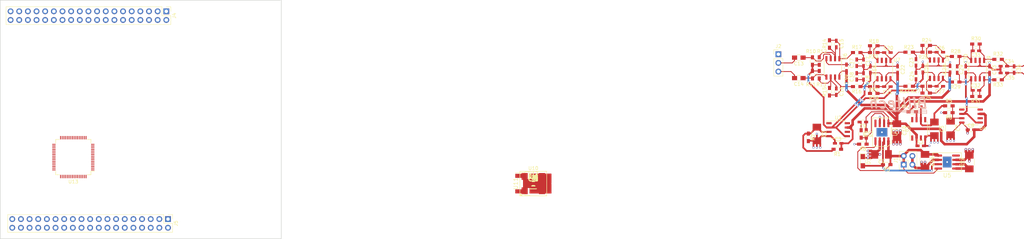
<source format=kicad_pcb>
(kicad_pcb (version 4) (host pcbnew 4.0.7)
  (layers (0 F.Cu signal) (31 B.Cu signal) (34 B.Paste user) (35 F.Paste user) (36 B.SilkS user) (37 F.SilkS user) (38 B.Mask user) (39 F.Mask user) (44 Edge.Cuts user))
  (net 0 "")
  (net 1 +12V)
  (net 2 GND)
  (net 3 "Net-(C2-Pad1)")
  (net 4 +5V)
  (net 5 +15V)
  (net 6 "Net-(C6-Pad1)")
  (net 7 "Net-(C7-Pad1)")
  (net 8 "Net-(C9-Pad2)")
  (net 9 "Net-(C13-Pad1)")
  (net 10 "Net-(C13-Pad2)")
  (net 11 "Net-(C14-Pad1)")
  (net 12 "Net-(C14-Pad2)")
  (net 13 "Net-(C15-Pad1)")
  (net 14 "Net-(C15-Pad2)")
  (net 15 "Net-(C16-Pad1)")
  (net 16 "Net-(C16-Pad2)")
  (net 17 "Net-(C17-Pad1)")
  (net 18 "Net-(C18-Pad1)")
  (net 19 "Net-(C20-Pad1)")
  (net 20 "Net-(C20-Pad2)")
  (net 21 "Net-(C21-Pad1)")
  (net 22 "Net-(C21-Pad2)")
  (net 23 "Net-(C23-Pad1)")
  (net 24 "Net-(C24-Pad1)")
  (net 25 "Net-(C26-Pad1)")
  (net 26 "Net-(C26-Pad2)")
  (net 27 "Net-(C27-Pad1)")
  (net 28 "Net-(C27-Pad2)")
  (net 29 "Net-(C29-Pad1)")
  (net 30 "Net-(C29-Pad2)")
  (net 31 "Net-(C31-Pad1)")
  (net 32 "Net-(C32-Pad1)")
  (net 33 "Net-(D1-Pad2)")
  (net 34 "Net-(R4-Pad2)")
  (net 35 "Net-(R7-Pad2)")
  (net 36 "Net-(U1-Pad1)")
  (net 37 "Net-(U1-Pad3)")
  (net 38 "Net-(U1-Pad5)")
  (net 39 "Net-(U1-Pad8)")
  (net 40 "Net-(U2-Pad1)")
  (net 41 "Net-(U2-Pad8)")
  (net 42 "Net-(U3-Pad4)")
  (net 43 "Net-(U4-Pad1)")
  (net 44 "Net-(U4-Pad8)")
  (net 45 "Net-(U5-Pad4)")
  (net 46 "Net-(U7-Pad7)")
  (net 47 "Net-(U8-Pad7)")
  (net 48 "Net-(U9-Pad7)")
  (net 49 /ADC/4.096)
  (net 50 /Input/BIAS)
  (net 51 /Input/OCM)
  (net 52 /ADC/InputP)
  (net 53 /ADC/InputN)
  (net 54 +2V5)
  (net 55 "/ADC/Pin6(Vmod1)")
  (net 56 "/ADC/Pin15(Vbias)")
  (net 57 "/ADC/Pin24(VDif1)")
  (net 58 "/ADC/Pin41(DVdd)")
  (net 59 "/ADC/Pin33(Vmod2)")
  (net 60 "/ADC/Pin4(RHS)")
  (net 61 "Net-(C49-Pad1)")
  (net 62 "/ADC/Pin44(Vdrive1)")
  (net 63 "/ADC/Pin14(LHS)")
  (net 64 "/ADC/Pin63(Vdrive2)")
  (net 65 "/ADC/Pin10(VRefP)")
  (net 66 "Net-(C55-Pad1)")
  (net 67 "Net-(C56-Pad1)")
  (net 68 /Microcontroller/DB10)
  (net 69 /Microcontroller/DB12)
  (net 70 /Microcontroller/VDD)
  (net 71 /Microcontroller/BOOT0)
  (net 72 "Net-(J4-Pad5)")
  (net 73 "Net-(J4-Pad6)")
  (net 74 /Microcontroller/DB6)
  (net 75 /Microcontroller/DB7)
  (net 76 /Microcontroller/DB8)
  (net 77 /Microcontroller/PB7)
  (net 78 /Microcontroller/DB13)
  (net 79 /Microcontroller/DB14)
  (net 80 /Microcontroller/DB15)
  (net 81 /Microcontroller/PH0)
  (net 82 /Microcontroller/PH1)
  (net 83 /Microcontroller/VBAT)
  (net 84 /Microcontroller/PC2)
  (net 85 /Microcontroller/PC3)
  (net 86 /Microcontroller/PC0)
  (net 87 /Microcontroller/DB9)
  (net 88 /Microcontroller/PB0)
  (net 89 /Microcontroller/DB2)
  (net 90 /Microcontroller/DB1)
  (net 91 /Microcontroller/DB0)
  (net 92 "Net-(J4-Pad26)")
  (net 93 /Microcontroller/Vin)
  (net 94 /Microcontroller/5V)
  (net 95 /Microcontroller/3V3)
  (net 96 /Microcontroller/RESET)
  (net 97 /Microcontroller/IOREF)
  (net 98 "Net-(J4-Pad34)")
  (net 99 /Microcontroller/E5V)
  (net 100 /Microcontroller/PD2)
  (net 101 /Microcontroller/DB11)
  (net 102 /Microcontroller/PC9)
  (net 103 /Microcontroller/PB8)
  (net 104 "/ADC/Pin12(Vbuf)")
  (net 105 /ADC/Pin27)
  (net 106 "Net-(R36-Pad1)")
  (net 107 "Net-(U11-Pad3)")
  (net 108 /ADC/MCLK)
  (net 109 "Net-(U13-Pad19)")
  (net 110 "Net-(U13-Pad20)")
  (net 111 "Net-(U13-Pad21)")
  (net 112 "Net-(U13-Pad22)")
  (net 113 /ADC/~SYNC)
  (net 114 /ADC/~RESET)
  (net 115 /ADC/~DRDY)
  (net 116 /ADC/~RD)
  (net 117 /ADC/~CS)
  (net 118 /ADC/DB15)
  (net 119 /ADC/DB14)
  (net 120 /ADC/DB13)
  (net 121 /ADC/DB12)
  (net 122 /ADC/DB11)
  (net 123 /ADC/DB10)
  (net 124 /ADC/DB9)
  (net 125 /ADC/DB8)
  (net 126 /ADC/DB7)
  (net 127 /ADC/DB6)
  (net 128 /ADC/DB5)
  (net 129 /ADC/DB3)
  (net 130 /ADC/DB4)
  (net 131 /ADC/DB2)
  (net 132 /ADC/DB0)
  (net 133 /ADC/DB1)
  (net 134 /Microcontroller/PB9)
  (net 135 /Microcontroller/AVDD)
  (net 136 /Microcontroller/PA5)
  (net 137 /Microcontroller/PA6)
  (net 138 /Microcontroller/PA7)
  (net 139 /Microcontroller/PB6)
  (net 140 /Microcontroller/PC7)
  (net 141 /Microcontroller/DB4)
  (net 142 /Microcontroller/DB3)
  (net 143 /Microcontroller/PB10)
  (net 144 /Microcontroller/PB4)
  (net 145 /Microcontroller/PB5)
  (net 146 /Microcontroller/PB3)
  (net 147 /Microcontroller/DB5)
  (net 148 /Microcontroller/PA2)
  (net 149 /Microcontroller/PA3)
  (net 150 "Net-(J5-Pad20)")
  (net 151 "Net-(J5-Pad21)")
  (net 152 /Microcontroller/PC4)
  (net 153 /Microcontroller/PB13)
  (net 154 /Microcontroller/PB14)
  (net 155 /Microcontroller/PB15)
  (net 156 /Microcontroller/PB1)
  (net 157 /Microcontroller/PB2)
  (net 158 "Net-(J5-Pad30)")
  (net 159 /Microcontroller/PB12)
  (net 160 "Net-(J5-Pad34)")
  (net 161 /Microcontroller/U5V)
  (module Capacitors_SMD:C_1210_HandSoldering (layer F.Cu) (at 160.5 108 180)
    (fp_text reference C4 (at 0 -2.25 180) (layer F.SilkS))
    (fp_text value 22u)
    (pad 1 smd rect (at -2 0 180) (size 2 2.5) (layers F.Cu F.Paste F.Mask) (net 5 +15V))
    (pad 2 smd rect (at 2 0 180) (size 2 2.5) (layers F.Cu F.Paste F.Mask) (net 2 GND))
  )
  (module Capacitors_SMD:C_1210_HandSoldering (layer F.Cu) (at 141.5 102 270)
    (fp_text reference C2 (at 0 -2.25 270) (layer F.SilkS))
    (fp_text value 22u)
    (pad 1 smd rect (at -2 0 270) (size 2 2.5) (layers F.Cu F.Paste F.Mask) (net 3 "Net-(C2-Pad1)"))
    (pad 2 smd rect (at 2 0 270) (size 2 2.5) (layers F.Cu F.Paste F.Mask) (net 2 GND))
  )
  (module Capacitors_SMD:C_1210_HandSoldering (layer F.Cu) (at 165 101 270)
    (fp_text reference C10 (at 0 -2.25 270) (layer F.SilkS))
    (fp_text value 22u)
    (pad 1 smd rect (at -2 0 270) (size 2 2.5) (layers F.Cu F.Paste F.Mask) (net 1 +12V))
    (pad 2 smd rect (at 2 0 270) (size 2 2.5) (layers F.Cu F.Paste F.Mask) (net 2 GND))
  )
  (module Capacitors_SMD:C_0603_HandSoldering (layer F.Cu) (at 172 105.5)
    (fp_text reference C1 (at 0 -1.25) (layer F.SilkS))
    (fp_text value 0.1u)
    (pad 1 smd rect (at -0.95 0) (size 1.2 0.75) (layers F.Cu F.Paste F.Mask) (net 1 +12V))
    (pad 2 smd rect (at 0.95 0) (size 1.2 0.75) (layers F.Cu F.Paste F.Mask) (net 2 GND))
  )
  (module Capacitors_SMD:C_0603_HandSoldering (layer F.Cu) (at 147.75 104.75)
    (fp_text reference C3 (at 0 -1.25) (layer F.SilkS))
    (fp_text value 0.1u)
    (pad 1 smd rect (at -0.95 0) (size 1.2 0.75) (layers F.Cu F.Paste F.Mask) (net 2 GND))
    (pad 2 smd rect (at 0.95 0) (size 1.2 0.75) (layers F.Cu F.Paste F.Mask) (net 1 +12V))
  )
  (module Capacitors_SMD:C_1210_HandSoldering (layer F.Cu) (at 176 100.5 270)
    (fp_text reference C5 (at 0 -2.25 270) (layer F.SilkS))
    (fp_text value 22u)
    (pad 1 smd rect (at -2 0 270) (size 2 2.5) (layers F.Cu F.Paste F.Mask) (net 49 /ADC/4.096))
    (pad 2 smd rect (at 2 0 270) (size 2 2.5) (layers F.Cu F.Paste F.Mask) (net 2 GND))
  )
  (module Capacitors_SMD:C_0603_HandSoldering (layer F.Cu) (at 171 94)
    (fp_text reference C6 (at 0 -1.25) (layer F.SilkS))
    (fp_text value 10n)
    (pad 1 smd rect (at -0.95 0) (size 1.2 0.75) (layers F.Cu F.Paste F.Mask) (net 6 "Net-(C6-Pad1)"))
    (pad 2 smd rect (at 0.95 0) (size 1.2 0.75) (layers F.Cu F.Paste F.Mask) (net 49 /ADC/4.096))
  )
  (module Capacitors_SMD:C_1210_HandSoldering (layer F.Cu) (at 180.75 100.25 270)
    (fp_text reference C7 (at 0 -2.25 270) (layer F.SilkS))
    (fp_text value 22u)
    (pad 1 smd rect (at -2 0 270) (size 2 2.5) (layers F.Cu F.Paste F.Mask) (net 7 "Net-(C7-Pad1)"))
    (pad 2 smd rect (at 2 0 270) (size 2 2.5) (layers F.Cu F.Paste F.Mask) (net 2 GND))
  )
  (module Capacitors_SMD:C_0603_HandSoldering (layer F.Cu) (at 186.75 100.75)
    (fp_text reference C8 (at 0 -1.25) (layer F.SilkS))
    (fp_text value 0.1u)
    (pad 1 smd rect (at -0.95 0) (size 1.2 0.75) (layers F.Cu F.Paste F.Mask) (net 2 GND))
    (pad 2 smd rect (at 0.95 0) (size 1.2 0.75) (layers F.Cu F.Paste F.Mask) (net 1 +12V))
  )
  (module Capacitors_SMD:C_0805_HandSoldering (layer F.Cu) (at 136.2 79.6 180)
    (fp_text reference C13 (at 0 -1.75 180) (layer F.SilkS))
    (fp_text value 2.2u)
    (pad 1 smd rect (at -1.25 0 180) (size 1.5 1.25) (layers F.Cu F.Paste F.Mask) (net 9 "Net-(C13-Pad1)"))
    (pad 2 smd rect (at 1.25 0 180) (size 1.5 1.25) (layers F.Cu F.Paste F.Mask) (net 10 "Net-(C13-Pad2)"))
  )
  (module Capacitors_SMD:C_0805_HandSoldering (layer F.Cu) (at 136.2 85.6 180)
    (fp_text reference C14 (at 0 -1.75 180) (layer F.SilkS))
    (fp_text value 2.2u)
    (pad 1 smd rect (at -1.25 0 180) (size 1.5 1.25) (layers F.Cu F.Paste F.Mask) (net 11 "Net-(C14-Pad1)"))
    (pad 2 smd rect (at 1.25 0 180) (size 1.5 1.25) (layers F.Cu F.Paste F.Mask) (net 12 "Net-(C14-Pad2)"))
  )
  (module Capacitors_SMD:C_0603_HandSoldering (layer F.Cu) (at 147.2 75.6 270)
    (fp_text reference C15 (at -0.1 -1.55 270) (layer F.SilkS))
    (fp_text value 47p)
    (pad 1 smd rect (at -0.95 0 270) (size 1.2 0.75) (layers F.Cu F.Paste F.Mask) (net 13 "Net-(C15-Pad1)"))
    (pad 2 smd rect (at 0.95 0 270) (size 1.2 0.75) (layers F.Cu F.Paste F.Mask) (net 14 "Net-(C15-Pad2)"))
  )
  (module Capacitors_SMD:C_0603_HandSoldering (layer F.Cu) (at 147.2 89.6 90)
    (fp_text reference C16 (at 0.1 1.55 90) (layer F.SilkS))
    (fp_text value 47p)
    (pad 1 smd rect (at -0.95 0 90) (size 1.2 0.75) (layers F.Cu F.Paste F.Mask) (net 15 "Net-(C16-Pad1)"))
    (pad 2 smd rect (at 0.95 0 90) (size 1.2 0.75) (layers F.Cu F.Paste F.Mask) (net 16 "Net-(C16-Pad2)"))
  )
  (module Capacitors_SMD:C_0603_HandSoldering (layer F.Cu) (at 155.2 81.1 270)
    (fp_text reference C17 (at -0.4 -1.3 270) (layer F.SilkS))
    (fp_text value 220p)
    (pad 1 smd rect (at -0.95 0 270) (size 1.2 0.75) (layers F.Cu F.Paste F.Mask) (net 17 "Net-(C17-Pad1)"))
    (pad 2 smd rect (at 0.95 0 270) (size 1.2 0.75) (layers F.Cu F.Paste F.Mask) (net 2 GND))
  )
  (module Capacitors_SMD:C_0603_HandSoldering (layer F.Cu) (at 155.2 85.1 90)
    (fp_text reference C18 (at -1.15 1.3 90) (layer F.SilkS))
    (fp_text value 220p)
    (pad 1 smd rect (at -0.95 0 90) (size 1.2 0.75) (layers F.Cu F.Paste F.Mask) (net 18 "Net-(C18-Pad1)"))
    (pad 2 smd rect (at 0.95 0 90) (size 1.2 0.75) (layers F.Cu F.Paste F.Mask) (net 2 GND))
  )
  (module Capacitors_SMD:C_0603_HandSoldering (layer F.Cu) (at 157.2 83.1 90)
    (fp_text reference C19 (at -0.15 1.3 90) (layer F.SilkS))
    (fp_text value 0.1u)
    (pad 1 smd rect (at -0.95 0 90) (size 1.2 0.75) (layers F.Cu F.Paste F.Mask) (net 50 /Input/BIAS))
    (pad 2 smd rect (at 0.95 0 90) (size 1.2 0.75) (layers F.Cu F.Paste F.Mask) (net 2 GND))
  )
  (module Capacitors_SMD:C_0603_HandSoldering (layer F.Cu) (at 162.2 78.1)
    (fp_text reference C20 (at 0.3 -1.35) (layer F.SilkS))
    (fp_text value 100p)
    (pad 1 smd rect (at -0.95 0) (size 1.2 0.75) (layers F.Cu F.Paste F.Mask) (net 19 "Net-(C20-Pad1)"))
    (pad 2 smd rect (at 0.95 0) (size 1.2 0.75) (layers F.Cu F.Paste F.Mask) (net 20 "Net-(C20-Pad2)"))
  )
  (module Capacitors_SMD:C_0603_HandSoldering (layer F.Cu) (at 162.2 88.1)
    (fp_text reference C21 (at 0.05 1.65) (layer F.SilkS))
    (fp_text value 100p)
    (pad 1 smd rect (at -0.95 0) (size 1.2 0.75) (layers F.Cu F.Paste F.Mask) (net 21 "Net-(C21-Pad1)"))
    (pad 2 smd rect (at 0.95 0) (size 1.2 0.75) (layers F.Cu F.Paste F.Mask) (net 22 "Net-(C21-Pad2)"))
  )
  (module Capacitors_SMD:C_0603_HandSoldering (layer F.Cu) (at 165.2 83.1 90)
    (fp_text reference C22 (at 0 1.55 90) (layer F.SilkS))
    (fp_text value 0.1u)
    (pad 1 smd rect (at -0.95 0 90) (size 1.2 0.75) (layers F.Cu F.Paste F.Mask) (net 1 +12V))
    (pad 2 smd rect (at 0.95 0 90) (size 1.2 0.75) (layers F.Cu F.Paste F.Mask) (net 2 GND))
  )
  (module Capacitors_SMD:C_0603_HandSoldering (layer F.Cu) (at 170.6 81 270)
    (fp_text reference C23 (at 0 1.35 270) (layer F.SilkS))
    (fp_text value 1.5n)
    (pad 1 smd rect (at -0.95 0 270) (size 1.2 0.75) (layers F.Cu F.Paste F.Mask) (net 23 "Net-(C23-Pad1)"))
    (pad 2 smd rect (at 0.95 0 270) (size 1.2 0.75) (layers F.Cu F.Paste F.Mask) (net 2 GND))
  )
  (module Capacitors_SMD:C_0603_HandSoldering (layer F.Cu) (at 170.6 85 90)
    (fp_text reference C24 (at 0 -1.25 90) (layer F.SilkS))
    (fp_text value 1.5n)
    (pad 1 smd rect (at -0.95 0 90) (size 1.2 0.75) (layers F.Cu F.Paste F.Mask) (net 24 "Net-(C24-Pad1)"))
    (pad 2 smd rect (at 0.95 0 90) (size 1.2 0.75) (layers F.Cu F.Paste F.Mask) (net 2 GND))
  )
  (module Capacitors_SMD:C_0603_HandSoldering (layer F.Cu) (at 172.6 83 90)
    (fp_text reference C25 (at 0.25 1.15 90) (layer F.SilkS))
    (fp_text value 0.1u)
    (pad 1 smd rect (at -0.95 0 90) (size 1.2 0.75) (layers F.Cu F.Paste F.Mask) (net 50 /Input/BIAS))
    (pad 2 smd rect (at 0.95 0 90) (size 1.2 0.75) (layers F.Cu F.Paste F.Mask) (net 2 GND))
  )
  (module Capacitors_SMD:C_0603_HandSoldering (layer F.Cu) (at 177.6 78)
    (fp_text reference C26 (at 0 -1.25) (layer F.SilkS))
    (fp_text value 100p)
    (pad 1 smd rect (at -0.95 0) (size 1.2 0.75) (layers F.Cu F.Paste F.Mask) (net 25 "Net-(C26-Pad1)"))
    (pad 2 smd rect (at 0.95 0) (size 1.2 0.75) (layers F.Cu F.Paste F.Mask) (net 26 "Net-(C26-Pad2)"))
  )
  (module Capacitors_SMD:C_0603_HandSoldering (layer F.Cu) (at 177.6 88)
    (fp_text reference C27 (at 0 1.5) (layer F.SilkS))
    (fp_text value 100p)
    (pad 1 smd rect (at -0.95 0) (size 1.2 0.75) (layers F.Cu F.Paste F.Mask) (net 27 "Net-(C27-Pad1)"))
    (pad 2 smd rect (at 0.95 0) (size 1.2 0.75) (layers F.Cu F.Paste F.Mask) (net 28 "Net-(C27-Pad2)"))
  )
  (module Capacitors_SMD:C_0603_HandSoldering (layer F.Cu) (at 180.6 83 90)
    (fp_text reference C28 (at 0 -1.6 90) (layer F.SilkS))
    (fp_text value 0.1u)
    (pad 1 smd rect (at -0.95 0 90) (size 1.2 0.75) (layers F.Cu F.Paste F.Mask) (net 1 +12V))
    (pad 2 smd rect (at 0.95 0 90) (size 1.2 0.75) (layers F.Cu F.Paste F.Mask) (net 2 GND))
  )
  (module Capacitors_SMD:C_0603_HandSoldering (layer F.Cu) (at 182.7 83.1 270)
    (fp_text reference C29 (at 0 -1.2 270) (layer F.SilkS))
    (fp_text value 100p)
    (pad 1 smd rect (at -0.95 0 270) (size 1.2 0.75) (layers F.Cu F.Paste F.Mask) (net 29 "Net-(C29-Pad1)"))
    (pad 2 smd rect (at 0.95 0 270) (size 1.2 0.75) (layers F.Cu F.Paste F.Mask) (net 30 "Net-(C29-Pad2)"))
  )
  (module Capacitors_SMD:C_0603_HandSoldering (layer F.Cu) (at 185.2 83.1 90)
    (fp_text reference C30 (at 3.2 0 90) (layer F.SilkS))
    (fp_text value 0.1u)
    (pad 1 smd rect (at -0.95 0 90) (size 1.2 0.75) (layers F.Cu F.Paste F.Mask) (net 51 /Input/OCM))
    (pad 2 smd rect (at 0.95 0 90) (size 1.2 0.75) (layers F.Cu F.Paste F.Mask) (net 2 GND))
  )
  (module Capacitors_SMD:C_0603_HandSoldering (layer F.Cu) (at 188.2 77.6 180)
    (fp_text reference C31 (at 0 -1.25 180) (layer F.SilkS))
    (fp_text value 120p)
    (pad 1 smd rect (at -0.95 0 180) (size 1.2 0.75) (layers F.Cu F.Paste F.Mask) (net 31 "Net-(C31-Pad1)"))
    (pad 2 smd rect (at 0.95 0 180) (size 1.2 0.75) (layers F.Cu F.Paste F.Mask) (net 29 "Net-(C29-Pad1)"))
  )
  (module Capacitors_SMD:C_0603_HandSoldering (layer F.Cu) (at 188.2 89.2 180)
    (fp_text reference C32 (at 0.1 1.4 180) (layer F.SilkS))
    (fp_text value 120p)
    (pad 1 smd rect (at -0.95 0 180) (size 1.2 0.75) (layers F.Cu F.Paste F.Mask) (net 32 "Net-(C32-Pad1)"))
    (pad 2 smd rect (at 0.95 0 180) (size 1.2 0.75) (layers F.Cu F.Paste F.Mask) (net 30 "Net-(C29-Pad2)"))
  )
  (module Capacitors_SMD:C_0603_HandSoldering (layer F.Cu) (at 192.2 83.1 90)
    (fp_text reference C33 (at -0.1 1.4 90) (layer F.SilkS))
    (fp_text value 0.1u)
    (pad 1 smd rect (at -0.95 0 90) (size 1.2 0.75) (layers F.Cu F.Paste F.Mask) (net 1 +12V))
    (pad 2 smd rect (at 0.95 0 90) (size 1.2 0.75) (layers F.Cu F.Paste F.Mask) (net 2 GND))
  )
  (module Capacitors_SMD:C_0603_HandSoldering (layer F.Cu) (at 196.4 82.1 180)
    (fp_text reference C34 (at -1.6 1.4 180) (layer F.SilkS))
    (fp_text value 10p)
    (pad 1 smd rect (at -0.95 0 180) (size 1.2 0.75) (layers F.Cu F.Paste F.Mask) (net 52 /ADC/InputP))
    (pad 2 smd rect (at 0.95 0 180) (size 1.2 0.75) (layers F.Cu F.Paste F.Mask) (net 2 GND))
  )
  (module Capacitors_SMD:C_0603_HandSoldering (layer F.Cu) (at 196.4 84.1 180)
    (fp_text reference C35 (at -1.7 -1.4 180) (layer F.SilkS))
    (fp_text value 10p)
    (pad 1 smd rect (at -0.95 0 180) (size 1.2 0.75) (layers F.Cu F.Paste F.Mask) (net 53 /ADC/InputN))
    (pad 2 smd rect (at 0.95 0 180) (size 1.2 0.75) (layers F.Cu F.Paste F.Mask) (net 2 GND))
  )
  (module Capacitors_SMD:C_0603_HandSoldering (layer F.Cu) (at 199.4 83.1 270)
    (fp_text reference C36 (at -0.1 -1.4 270) (layer F.SilkS))
    (fp_text value 1n)
    (pad 1 smd rect (at -0.95 0 270) (size 1.2 0.75) (layers F.Cu F.Paste F.Mask) (net 52 /ADC/InputP))
    (pad 2 smd rect (at 0.95 0 270) (size 1.2 0.75) (layers F.Cu F.Paste F.Mask) (net 53 /ADC/InputN))
  )
  (module Capacitors_SMD:C_0603_HandSoldering (layer F.Cu) (at 153.2 81.1 270)
    (fp_text reference C37 (at 0.15 1.45 270) (layer F.SilkS))
    (fp_text value 20p)
    (pad 1 smd rect (at -0.95 0 270) (size 1.2 0.75) (layers F.Cu F.Paste F.Mask) (net 17 "Net-(C17-Pad1)"))
    (pad 2 smd rect (at 0.95 0 270) (size 1.2 0.75) (layers F.Cu F.Paste F.Mask) (net 2 GND))
  )
  (module Capacitors_SMD:C_0603_HandSoldering (layer F.Cu) (at 153.2 85.1 90)
    (fp_text reference C38 (at -0.15 -1.45 90) (layer F.SilkS))
    (fp_text value 20p)
    (pad 1 smd rect (at -0.95 0 90) (size 1.2 0.75) (layers F.Cu F.Paste F.Mask) (net 18 "Net-(C18-Pad1)"))
    (pad 2 smd rect (at 0.95 0 90) (size 1.2 0.75) (layers F.Cu F.Paste F.Mask) (net 2 GND))
  )
  (module LEDs:LED_0805_HandSoldering (layer F.Cu) (at 155 110 270)
    (fp_text reference D1 (at 0 -1.7 270) (layer F.SilkS))
    (fp_text value LED)
    (pad 1 smd rect (at -1.35 0 270) (size 1.5 1.3) (layers F.Cu F.Paste F.Mask) (net 2 GND))
    (pad 2 smd rect (at 1.35 0 270) (size 1.5 1.3) (layers F.Cu F.Paste F.Mask) (net 33 "Net-(D1-Pad2)"))
  )
  (module Pin_Headers:Pin_Header_Straight_2x02_Pitch2.54mm (layer F.Cu) (at 167 111 90)
    (fp_text reference J1 (at 1.27 -2.33 90) (layer F.SilkS))
    (fp_text value +15V)
    (pad 1 thru_hole rect (at 0 0 90) (size 1.7 1.7) (drill 1) (layers *.Cu *.Mask) (net 5 +15V))
    (pad 2 thru_hole oval (at 2.54 0 90) (size 1.7 1.7) (drill 1) (layers *.Cu *.Mask) (net 5 +15V))
    (pad 3 thru_hole oval (at 0 2.54 90) (size 1.7 1.7) (drill 1) (layers *.Cu *.Mask) (net 2 GND))
    (pad 4 thru_hole oval (at 2.54 2.54 90) (size 1.7 1.7) (drill 1) (layers *.Cu *.Mask) (net 2 GND))
  )
  (module Pin_Headers:Pin_Header_Straight_1x03_Pitch2.54mm (layer F.Cu) (at 130.2 78.6)
    (fp_text reference J2 (at 0 -2.33) (layer F.SilkS))
    (fp_text value XLR3)
    (pad 1 thru_hole rect (at 0 0) (size 1.7 1.7) (drill 1) (layers *.Cu *.Mask) (net 2 GND))
    (pad 2 thru_hole oval (at 0 2.54) (size 1.7 1.7) (drill 1) (layers *.Cu *.Mask) (net 10 "Net-(C13-Pad2)"))
    (pad 3 thru_hole oval (at 0 5.08) (size 1.7 1.7) (drill 1) (layers *.Cu *.Mask) (net 12 "Net-(C14-Pad2)"))
  )
  (module Resistors_SMD:R_0603_HandSoldering (layer F.Cu) (at 147.5 106.5 180)
    (fp_text reference R1 (at 0 -1.45 180) (layer F.SilkS))
    (fp_text value 10k)
    (pad 1 smd rect (at -1.1 0 180) (size 1.2 0.9) (layers F.Cu F.Paste F.Mask) (net 1 +12V))
    (pad 2 smd rect (at 1.1 0 180) (size 1.2 0.9) (layers F.Cu F.Paste F.Mask) (net 3 "Net-(C2-Pad1)"))
  )
  (module Resistors_SMD:R_0603_HandSoldering (layer F.Cu) (at 139 103 270)
    (fp_text reference R2 (at 0 -1.45 270) (layer F.SilkS))
    (fp_text value 10k)
    (pad 1 smd rect (at -1.1 0 270) (size 1.2 0.9) (layers F.Cu F.Paste F.Mask) (net 3 "Net-(C2-Pad1)"))
    (pad 2 smd rect (at 1.1 0 270) (size 1.2 0.9) (layers F.Cu F.Paste F.Mask) (net 2 GND))
  )
  (module Resistors_SMD:R_0603_HandSoldering (layer F.Cu) (at 162 111 180)
    (fp_text reference R3 (at 0 -1.45 180) (layer F.SilkS))
    (fp_text value 10k)
    (pad 1 smd rect (at -1.1 0 180) (size 1.2 0.9) (layers F.Cu F.Paste F.Mask) (net 5 +15V))
    (pad 2 smd rect (at 1.1 0 180) (size 1.2 0.9) (layers F.Cu F.Paste F.Mask) (net 33 "Net-(D1-Pad2)"))
  )
  (module Resistors_SMD:R_0603_HandSoldering (layer F.Cu) (at 169.5 95.5)
    (fp_text reference R4 (at -2.25 -1.5) (layer F.SilkS))
    (fp_text value 82k)
    (pad 1 smd rect (at -1.1 0) (size 1.2 0.9) (layers F.Cu F.Paste F.Mask) (net 6 "Net-(C6-Pad1)"))
    (pad 2 smd rect (at 1.1 0) (size 1.2 0.9) (layers F.Cu F.Paste F.Mask) (net 34 "Net-(R4-Pad2)"))
  )
  (module Resistors_SMD:R_0603_HandSoldering (layer F.Cu) (at 180.25 93.75)
    (fp_text reference R5 (at 0 -1.45) (layer F.SilkS))
    (fp_text value 10k)
    (pad 1 smd rect (at -1.1 0) (size 1.2 0.9) (layers F.Cu F.Paste F.Mask) (net 49 /ADC/4.096))
    (pad 2 smd rect (at 1.1 0) (size 1.2 0.9) (layers F.Cu F.Paste F.Mask) (net 7 "Net-(C7-Pad1)"))
  )
  (module Resistors_SMD:R_0603_HandSoldering (layer F.Cu) (at 180.25 95.75 180)
    (fp_text reference R6 (at 0 -1.45 180) (layer F.SilkS))
    (fp_text value 10k)
    (pad 1 smd rect (at -1.1 0 180) (size 1.2 0.9) (layers F.Cu F.Paste F.Mask) (net 7 "Net-(C7-Pad1)"))
    (pad 2 smd rect (at 1.1 0 180) (size 1.2 0.9) (layers F.Cu F.Paste F.Mask) (net 2 GND))
  )
  (module Resistors_SMD:R_0603_HandSoldering (layer F.Cu) (at 156 102 270)
    (fp_text reference R7 (at 0 -1.45 270) (layer F.SilkS))
    (fp_text value 86k6)
    (pad 1 smd rect (at -1.1 0 270) (size 1.2 0.9) (layers F.Cu F.Paste F.Mask) (net 1 +12V))
    (pad 2 smd rect (at 1.1 0 270) (size 1.2 0.9) (layers F.Cu F.Paste F.Mask) (net 35 "Net-(R7-Pad2)"))
  )
  (module Resistors_SMD:R_0603_HandSoldering (layer F.Cu) (at 155 105 180)
    (fp_text reference R8 (at 0 -1.45 180) (layer F.SilkS))
    (fp_text value 10k)
    (pad 1 smd rect (at -1.1 0 180) (size 1.2 0.9) (layers F.Cu F.Paste F.Mask) (net 35 "Net-(R7-Pad2)"))
    (pad 2 smd rect (at 1.1 0 180) (size 1.2 0.9) (layers F.Cu F.Paste F.Mask) (net 2 GND))
  )
  (module Resistors_SMD:R_0603_HandSoldering (layer F.Cu) (at 154.5 102 270)
    (fp_text reference R9 (at 0 -1.45 270) (layer F.SilkS))
    (fp_text value 10k)
    (pad 1 smd rect (at -1.1 0 270) (size 1.2 0.9) (layers F.Cu F.Paste F.Mask) (net 8 "Net-(C9-Pad2)"))
    (pad 2 smd rect (at 1.1 0 270) (size 1.2 0.9) (layers F.Cu F.Paste F.Mask) (net 35 "Net-(R7-Pad2)"))
  )
  (module Resistors_SMD:R_0603_HandSoldering (layer F.Cu) (at 140.2 80.6 270)
    (fp_text reference R10 (at -2.85 0.45 360) (layer F.SilkS))
    (fp_text value 1M)
    (pad 1 smd rect (at -1.1 0 270) (size 1.2 0.9) (layers F.Cu F.Paste F.Mask) (net 9 "Net-(C13-Pad1)"))
    (pad 2 smd rect (at 1.1 0 270) (size 1.2 0.9) (layers F.Cu F.Paste F.Mask) (net 50 /Input/BIAS))
  )
  (module Resistors_SMD:R_0603_HandSoldering (layer F.Cu) (at 140.2 84.6 270)
    (fp_text reference R11 (at 2.9 0.45 360) (layer F.SilkS))
    (fp_text value 1MR)
    (pad 1 smd rect (at -1.1 0 270) (size 1.2 0.9) (layers F.Cu F.Paste F.Mask) (net 50 /Input/BIAS))
    (pad 2 smd rect (at 1.1 0 270) (size 1.2 0.9) (layers F.Cu F.Paste F.Mask) (net 11 "Net-(C14-Pad1)"))
  )
  (module Resistors_SMD:R_0603_HandSoldering (layer F.Cu) (at 142.2 80.6 90)
    (fp_text reference R12 (at 2.85 0.8 180) (layer F.SilkS))
    (fp_text value 349)
    (pad 1 smd rect (at -1.1 0 90) (size 1.2 0.9) (layers F.Cu F.Paste F.Mask) (net 50 /Input/BIAS))
    (pad 2 smd rect (at 1.1 0 90) (size 1.2 0.9) (layers F.Cu F.Paste F.Mask) (net 14 "Net-(C15-Pad2)"))
  )
  (module Resistors_SMD:R_0603_HandSoldering (layer F.Cu) (at 142.2 84.6 270)
    (fp_text reference R13 (at 2.9 -0.6 360) (layer F.SilkS))
    (fp_text value 349)
    (pad 1 smd rect (at -1.1 0 270) (size 1.2 0.9) (layers F.Cu F.Paste F.Mask) (net 50 /Input/BIAS))
    (pad 2 smd rect (at 1.1 0 270) (size 1.2 0.9) (layers F.Cu F.Paste F.Mask) (net 16 "Net-(C16-Pad2)"))
  )
  (module Resistors_SMD:R_0603_HandSoldering (layer F.Cu) (at 145.2 75.6 270)
    (fp_text reference R14 (at -0.1 1.45 270) (layer F.SilkS))
    (fp_text value 349)
    (pad 1 smd rect (at -1.1 0 270) (size 1.2 0.9) (layers F.Cu F.Paste F.Mask) (net 13 "Net-(C15-Pad1)"))
    (pad 2 smd rect (at 1.1 0 270) (size 1.2 0.9) (layers F.Cu F.Paste F.Mask) (net 14 "Net-(C15-Pad2)"))
  )
  (module Resistors_SMD:R_0603_HandSoldering (layer F.Cu) (at 145.2 89.6 90)
    (fp_text reference R15 (at 0 -1.45 90) (layer F.SilkS))
    (fp_text value 349)
    (pad 1 smd rect (at -1.1 0 90) (size 1.2 0.9) (layers F.Cu F.Paste F.Mask) (net 15 "Net-(C16-Pad1)"))
    (pad 2 smd rect (at 1.1 0 90) (size 1.2 0.9) (layers F.Cu F.Paste F.Mask) (net 16 "Net-(C16-Pad2)"))
  )
  (module Resistors_SMD:R_0603_HandSoldering (layer F.Cu) (at 153.2 88.1 180)
    (fp_text reference R16 (at 0 -1.45 180) (layer F.SilkS))
    (fp_text value 1k05)
    (pad 1 smd rect (at -1.1 0 180) (size 1.2 0.9) (layers F.Cu F.Paste F.Mask) (net 18 "Net-(C18-Pad1)"))
    (pad 2 smd rect (at 1.1 0 180) (size 1.2 0.9) (layers F.Cu F.Paste F.Mask) (net 15 "Net-(C16-Pad1)"))
  )
  (module Resistors_SMD:R_0603_HandSoldering (layer F.Cu) (at 153.2 78.1 180)
    (fp_text reference R17 (at -0.05 1.6 180) (layer F.SilkS))
    (fp_text value 1k05)
    (pad 1 smd rect (at -1.1 0 180) (size 1.2 0.9) (layers F.Cu F.Paste F.Mask) (net 17 "Net-(C17-Pad1)"))
    (pad 2 smd rect (at 1.1 0 180) (size 1.2 0.9) (layers F.Cu F.Paste F.Mask) (net 13 "Net-(C15-Pad1)"))
  )
  (module Resistors_SMD:R_0603_HandSoldering (layer F.Cu) (at 158.2 76.1 180)
    (fp_text reference R18 (at -0.05 1.35 180) (layer F.SilkS))
    (fp_text value 698)
    (pad 1 smd rect (at -1.1 0 180) (size 1.2 0.9) (layers F.Cu F.Paste F.Mask) (net 20 "Net-(C20-Pad2)"))
    (pad 2 smd rect (at 1.1 0 180) (size 1.2 0.9) (layers F.Cu F.Paste F.Mask) (net 17 "Net-(C17-Pad1)"))
  )
  (module Resistors_SMD:R_0603_HandSoldering (layer F.Cu) (at 158.2 90.1 180)
    (fp_text reference R19 (at 0 -1.45 180) (layer F.SilkS))
    (fp_text value 698)
    (pad 1 smd rect (at -1.1 0 180) (size 1.2 0.9) (layers F.Cu F.Paste F.Mask) (net 22 "Net-(C21-Pad2)"))
    (pad 2 smd rect (at 1.1 0 180) (size 1.2 0.9) (layers F.Cu F.Paste F.Mask) (net 18 "Net-(C18-Pad1)"))
  )
  (module Resistors_SMD:R_0603_HandSoldering (layer F.Cu) (at 158.2 78.1 180)
    (fp_text reference R20 (at 0.1 -1.2 180) (layer F.SilkS))
    (fp_text value 1k05)
    (pad 1 smd rect (at -1.1 0 180) (size 1.2 0.9) (layers F.Cu F.Paste F.Mask) (net 19 "Net-(C20-Pad1)"))
    (pad 2 smd rect (at 1.1 0 180) (size 1.2 0.9) (layers F.Cu F.Paste F.Mask) (net 17 "Net-(C17-Pad1)"))
  )
  (module Resistors_SMD:R_0603_HandSoldering (layer F.Cu) (at 158.2 88.1 180)
    (fp_text reference R21 (at 0 -0.9 180) (layer F.SilkS))
    (fp_text value 1k05)
    (pad 1 smd rect (at -1.1 0 180) (size 1.2 0.9) (layers F.Cu F.Paste F.Mask) (net 21 "Net-(C21-Pad1)"))
    (pad 2 smd rect (at 1.1 0 180) (size 1.2 0.9) (layers F.Cu F.Paste F.Mask) (net 18 "Net-(C18-Pad1)"))
  )
  (module Resistors_SMD:R_0603_HandSoldering (layer F.Cu) (at 168.6 88 180)
    (fp_text reference R22 (at 1.35 -1.45 180) (layer F.SilkS))
    (fp_text value 367)
    (pad 1 smd rect (at -1.1 0 180) (size 1.2 0.9) (layers F.Cu F.Paste F.Mask) (net 24 "Net-(C24-Pad1)"))
    (pad 2 smd rect (at 1.1 0 180) (size 1.2 0.9) (layers F.Cu F.Paste F.Mask) (net 21 "Net-(C21-Pad1)"))
  )
  (module Resistors_SMD:R_0603_HandSoldering (layer F.Cu) (at 168.6 78 180)
    (fp_text reference R23 (at 0.1 1.5 180) (layer F.SilkS))
    (fp_text value 367)
    (pad 1 smd rect (at -1.1 0 180) (size 1.2 0.9) (layers F.Cu F.Paste F.Mask) (net 23 "Net-(C23-Pad1)"))
    (pad 2 smd rect (at 1.1 0 180) (size 1.2 0.9) (layers F.Cu F.Paste F.Mask) (net 19 "Net-(C20-Pad1)"))
  )
  (module Resistors_SMD:R_0603_HandSoldering (layer F.Cu) (at 173.6 76 180)
    (fp_text reference R24 (at -0.15 1.5 180) (layer F.SilkS))
    (fp_text value 332)
    (pad 1 smd rect (at -1.1 0 180) (size 1.2 0.9) (layers F.Cu F.Paste F.Mask) (net 26 "Net-(C26-Pad2)"))
    (pad 2 smd rect (at 1.1 0 180) (size 1.2 0.9) (layers F.Cu F.Paste F.Mask) (net 23 "Net-(C23-Pad1)"))
  )
  (module Resistors_SMD:R_0603_HandSoldering (layer F.Cu) (at 173.6 90 180)
    (fp_text reference R25 (at 0 -1.45 180) (layer F.SilkS))
    (fp_text value 332)
    (pad 1 smd rect (at -1.1 0 180) (size 1.2 0.9) (layers F.Cu F.Paste F.Mask) (net 28 "Net-(C27-Pad2)"))
    (pad 2 smd rect (at 1.1 0 180) (size 1.2 0.9) (layers F.Cu F.Paste F.Mask) (net 24 "Net-(C24-Pad1)"))
  )
  (module Resistors_SMD:R_0603_HandSoldering (layer F.Cu) (at 173.6 78 180)
    (fp_text reference R26 (at 0.85 -1.45 180) (layer F.SilkS))
    (fp_text value 220)
    (pad 1 smd rect (at -1.1 0 180) (size 1.2 0.9) (layers F.Cu F.Paste F.Mask) (net 25 "Net-(C26-Pad1)"))
    (pad 2 smd rect (at 1.1 0 180) (size 1.2 0.9) (layers F.Cu F.Paste F.Mask) (net 23 "Net-(C23-Pad1)"))
  )
  (module Resistors_SMD:R_0603_HandSoldering (layer F.Cu) (at 173.6 88 180)
    (fp_text reference R27 (at 3.1 -1.45 180) (layer F.SilkS))
    (fp_text value 220)
    (pad 1 smd rect (at -1.1 0 180) (size 1.2 0.9) (layers F.Cu F.Paste F.Mask) (net 27 "Net-(C27-Pad1)"))
    (pad 2 smd rect (at 1.1 0 180) (size 1.2 0.9) (layers F.Cu F.Paste F.Mask) (net 24 "Net-(C24-Pad1)"))
  )
  (module Resistors_SMD:R_0603_HandSoldering (layer F.Cu) (at 182.25 79.25 180)
    (fp_text reference R28 (at 0 1.5 180) (layer F.SilkS))
    (fp_text value 1k)
    (pad 1 smd rect (at -1.1 0 180) (size 1.2 0.9) (layers F.Cu F.Paste F.Mask) (net 29 "Net-(C29-Pad1)"))
    (pad 2 smd rect (at 1.1 0 180) (size 1.2 0.9) (layers F.Cu F.Paste F.Mask) (net 25 "Net-(C26-Pad1)"))
  )
  (module Resistors_SMD:R_0603_HandSoldering (layer F.Cu) (at 182.25 86.75 180)
    (fp_text reference R29 (at 0 -1.45 180) (layer F.SilkS))
    (fp_text value 1k)
    (pad 1 smd rect (at -1.1 0 180) (size 1.2 0.9) (layers F.Cu F.Paste F.Mask) (net 30 "Net-(C29-Pad2)"))
    (pad 2 smd rect (at 1.1 0 180) (size 1.2 0.9) (layers F.Cu F.Paste F.Mask) (net 27 "Net-(C27-Pad1)"))
  )
  (module Resistors_SMD:R_0603_HandSoldering (layer F.Cu) (at 188.2 75.6 180)
    (fp_text reference R30 (at -0.05 1.6 180) (layer F.SilkS))
    (fp_text value 655)
    (pad 1 smd rect (at -1.1 0 180) (size 1.2 0.9) (layers F.Cu F.Paste F.Mask) (net 31 "Net-(C31-Pad1)"))
    (pad 2 smd rect (at 1.1 0 180) (size 1.2 0.9) (layers F.Cu F.Paste F.Mask) (net 29 "Net-(C29-Pad1)"))
  )
  (module Resistors_SMD:R_0603_HandSoldering (layer F.Cu) (at 188.2 91 180)
    (fp_text reference R31 (at 0 -1.45 180) (layer F.SilkS))
    (fp_text value 655)
    (pad 1 smd rect (at -1.1 0 180) (size 1.2 0.9) (layers F.Cu F.Paste F.Mask) (net 32 "Net-(C32-Pad1)"))
    (pad 2 smd rect (at 1.1 0 180) (size 1.2 0.9) (layers F.Cu F.Paste F.Mask) (net 30 "Net-(C29-Pad2)"))
  )
  (module Resistors_SMD:R_0603_HandSoldering (layer F.Cu) (at 194.7 80.1 180)
    (fp_text reference R32 (at 0 1.6 180) (layer F.SilkS))
    (fp_text value 18)
    (pad 1 smd rect (at -1.1 0 180) (size 1.2 0.9) (layers F.Cu F.Paste F.Mask) (net 52 /ADC/InputP))
    (pad 2 smd rect (at 1.1 0 180) (size 1.2 0.9) (layers F.Cu F.Paste F.Mask) (net 31 "Net-(C31-Pad1)"))
  )
  (module Resistors_SMD:R_0603_HandSoldering (layer F.Cu) (at 194.7 86.1 180)
    (fp_text reference R33 (at 0 -1.45 180) (layer F.SilkS))
    (fp_text value 18)
    (pad 1 smd rect (at -1.1 0 180) (size 1.2 0.9) (layers F.Cu F.Paste F.Mask) (net 53 /ADC/InputN))
    (pad 2 smd rect (at 1.1 0 180) (size 1.2 0.9) (layers F.Cu F.Paste F.Mask) (net 32 "Net-(C32-Pad1)"))
  )
  (module Housings_SOIC:SOIC-8_3.9x4.9mm_Pitch1.27mm (layer F.Cu) (at 171.4 100.5 90)
    (fp_text reference U1 (at 0 -3.5 90) (layer F.SilkS))
    (fp_text value ADR434BRZ)
    (pad 1 smd rect (at -2.7 -1.905 90) (size 1.55 0.6) (layers F.Cu F.Paste F.Mask) (net 36 "Net-(U1-Pad1)"))
    (pad 2 smd rect (at -2.7 -0.635 90) (size 1.55 0.6) (layers F.Cu F.Paste F.Mask) (net 1 +12V))
    (pad 3 smd rect (at -2.7 0.635 90) (size 1.55 0.6) (layers F.Cu F.Paste F.Mask) (net 37 "Net-(U1-Pad3)"))
    (pad 4 smd rect (at -2.7 1.905 90) (size 1.55 0.6) (layers F.Cu F.Paste F.Mask) (net 2 GND))
    (pad 5 smd rect (at 2.7 1.905 90) (size 1.55 0.6) (layers F.Cu F.Paste F.Mask) (net 38 "Net-(U1-Pad5)"))
    (pad 6 smd rect (at 2.7 0.635 90) (size 1.55 0.6) (layers F.Cu F.Paste F.Mask) (net 49 /ADC/4.096))
    (pad 7 smd rect (at 2.7 -0.635 90) (size 1.55 0.6) (layers F.Cu F.Paste F.Mask) (net 34 "Net-(R4-Pad2)"))
    (pad 8 smd rect (at 2.7 -1.905 90) (size 1.55 0.6) (layers F.Cu F.Paste F.Mask) (net 39 "Net-(U1-Pad8)"))
  )
  (module Housings_SOIC:SOIC-8_3.9x4.9mm_Pitch1.27mm (layer F.Cu) (at 147.75 100.75)
    (fp_text reference U2 (at 0 -3.5) (layer F.SilkS))
    (fp_text value OPA207IDR)
    (pad 1 smd rect (at -2.7 -1.905) (size 1.55 0.6) (layers F.Cu F.Paste F.Mask) (net 40 "Net-(U2-Pad1)"))
    (pad 2 smd rect (at -2.7 -0.635) (size 1.55 0.6) (layers F.Cu F.Paste F.Mask) (net 50 /Input/BIAS))
    (pad 3 smd rect (at -2.7 0.635) (size 1.55 0.6) (layers F.Cu F.Paste F.Mask) (net 3 "Net-(C2-Pad1)"))
    (pad 4 smd rect (at -2.7 1.905) (size 1.55 0.6) (layers F.Cu F.Paste F.Mask) (net 2 GND))
    (pad 5 smd rect (at 2.7 1.905) (size 1.55 0.6) (layers F.Cu F.Paste F.Mask) (net 50 /Input/BIAS))
    (pad 6 smd rect (at 2.7 0.635) (size 1.55 0.6) (layers F.Cu F.Paste F.Mask))
    (pad 7 smd rect (at 2.7 -0.635) (size 1.55 0.6) (layers F.Cu F.Paste F.Mask) (net 1 +12V))
    (pad 8 smd rect (at 2.7 -1.905) (size 1.55 0.6) (layers F.Cu F.Paste F.Mask) (net 41 "Net-(U2-Pad8)"))
  )
  (module feetprints:SOIC-8-EP (layer F.Cu) (at 160.6 101.5 180)
    (fp_text reference U3 (at -3.905 0 270) (layer F.SilkS) (effects (font (size 1.2 1.2))))
    (fp_text value ADP7104ARDZ-R7)
    (pad 8 smd rect (at -1.905 -2.6 180) (size 0.6 2.2) (layers F.Cu F.Paste F.Mask) (net 5 +15V))
    (pad 1 smd rect (at -1.905 2.6 180) (size 0.6 2.2) (layers F.Cu F.Paste F.Mask) (net 1 +12V))
    (pad 7 smd rect (at -0.635 -2.6 180) (size 0.6 2.2) (layers F.Cu F.Paste F.Mask) (net 33 "Net-(D1-Pad2)"))
    (pad 2 smd rect (at -0.635 2.6 180) (size 0.6 2.2) (layers F.Cu F.Paste F.Mask) (net 35 "Net-(R7-Pad2)"))
    (pad 6 smd rect (at 0.635 -2.6 180) (size 0.6 2.2) (layers F.Cu F.Paste F.Mask) (net 2 GND))
    (pad 3 smd rect (at 0.635 2.6 180) (size 0.6 2.2) (layers F.Cu F.Paste F.Mask) (net 2 GND))
    (pad 5 smd rect (at 1.905 -2.6 180) (size 0.6 2.2) (layers F.Cu F.Paste F.Mask) (net 5 +15V))
    (pad 4 smd rect (at 1.905 2.6 180) (size 0.6 2.2) (layers F.Cu F.Paste F.Mask) (net 42 "Net-(U3-Pad4)"))
    (pad 9 thru_hole rect (at 0 0 180) (size 3.15 2.5) (drill 0.5) (layers *.Cu *.Mask) (net 2 GND))
  )
  (module Housings_SOIC:SOIC-8_3.9x4.9mm_Pitch1.27mm (layer F.Cu) (at 186.75 96.75)
    (fp_text reference U4 (at 3.45 3.55) (layer F.SilkS))
    (fp_text value OPA207IDR)
    (pad 1 smd rect (at -2.7 -1.905) (size 1.55 0.6) (layers F.Cu F.Paste F.Mask) (net 43 "Net-(U4-Pad1)"))
    (pad 2 smd rect (at -2.7 -0.635) (size 1.55 0.6) (layers F.Cu F.Paste F.Mask) (net 51 /Input/OCM))
    (pad 3 smd rect (at -2.7 0.635) (size 1.55 0.6) (layers F.Cu F.Paste F.Mask) (net 7 "Net-(C7-Pad1)"))
    (pad 4 smd rect (at -2.7 1.905) (size 1.55 0.6) (layers F.Cu F.Paste F.Mask) (net 2 GND))
    (pad 5 smd rect (at 2.7 1.905) (size 1.55 0.6) (layers F.Cu F.Paste F.Mask) (net 51 /Input/OCM))
    (pad 6 smd rect (at 2.7 0.635) (size 1.55 0.6) (layers F.Cu F.Paste F.Mask))
    (pad 7 smd rect (at 2.7 -0.635) (size 1.55 0.6) (layers F.Cu F.Paste F.Mask) (net 1 +12V))
    (pad 8 smd rect (at 2.7 -1.905) (size 1.55 0.6) (layers F.Cu F.Paste F.Mask) (net 44 "Net-(U4-Pad8)"))
  )
  (module Housings_SOIC:SOIC-8_3.9x4.9mm_Pitch1.27mm (layer F.Cu) (at 146.2 82.6 270)
    (fp_text reference U6 (at -3.35 -3.55 270) (layer F.SilkS))
    (fp_text value OPA1612)
    (pad 1 smd rect (at -2.7 -1.905 270) (size 1.55 0.6) (layers F.Cu F.Paste F.Mask) (net 13 "Net-(C15-Pad1)"))
    (pad 2 smd rect (at -2.7 -0.635 270) (size 1.55 0.6) (layers F.Cu F.Paste F.Mask) (net 14 "Net-(C15-Pad2)"))
    (pad 3 smd rect (at -2.7 0.635 270) (size 1.55 0.6) (layers F.Cu F.Paste F.Mask) (net 9 "Net-(C13-Pad1)"))
    (pad 4 smd rect (at -2.7 1.905 270) (size 1.55 0.6) (layers F.Cu F.Paste F.Mask) (net 2 GND))
    (pad 5 smd rect (at 2.7 1.905 270) (size 1.55 0.6) (layers F.Cu F.Paste F.Mask) (net 11 "Net-(C14-Pad1)"))
    (pad 6 smd rect (at 2.7 0.635 270) (size 1.55 0.6) (layers F.Cu F.Paste F.Mask) (net 16 "Net-(C16-Pad2)"))
    (pad 7 smd rect (at 2.7 -0.635 270) (size 1.55 0.6) (layers F.Cu F.Paste F.Mask) (net 15 "Net-(C16-Pad1)"))
    (pad 8 smd rect (at 2.7 -1.905 270) (size 1.55 0.6) (layers F.Cu F.Paste F.Mask) (net 1 +12V))
  )
  (module Housings_SOIC:SOIC-8_3.9x4.9mm_Pitch1.27mm (layer F.Cu) (at 161.2 83.1 90)
    (fp_text reference U7 (at 2.85 3.8 180) (layer F.SilkS))
    (fp_text value OPA1632)
    (pad 1 smd rect (at -2.7 -1.905 90) (size 1.55 0.6) (layers F.Cu F.Paste F.Mask) (net 22 "Net-(C21-Pad2)"))
    (pad 2 smd rect (at -2.7 -0.635 90) (size 1.55 0.6) (layers F.Cu F.Paste F.Mask) (net 50 /Input/BIAS))
    (pad 3 smd rect (at -2.7 0.635 90) (size 1.55 0.6) (layers F.Cu F.Paste F.Mask) (net 1 +12V))
    (pad 4 smd rect (at -2.7 1.905 90) (size 1.55 0.6) (layers F.Cu F.Paste F.Mask) (net 21 "Net-(C21-Pad1)"))
    (pad 5 smd rect (at 2.7 1.905 90) (size 1.55 0.6) (layers F.Cu F.Paste F.Mask) (net 19 "Net-(C20-Pad1)"))
    (pad 6 smd rect (at 2.7 0.635 90) (size 1.55 0.6) (layers F.Cu F.Paste F.Mask) (net 2 GND))
    (pad 7 smd rect (at 2.7 -0.635 90) (size 1.55 0.6) (layers F.Cu F.Paste F.Mask) (net 46 "Net-(U7-Pad7)"))
    (pad 8 smd rect (at 2.7 -1.905 90) (size 1.55 0.6) (layers F.Cu F.Paste F.Mask) (net 20 "Net-(C20-Pad2)"))
  )
  (module Housings_SOIC:SOIC-8_3.9x4.9mm_Pitch1.27mm (layer F.Cu) (at 176.6 83 90)
    (fp_text reference U8 (at 3.25 3.15 90) (layer F.SilkS))
    (fp_text value OPA1632)
    (pad 1 smd rect (at -2.7 -1.905 90) (size 1.55 0.6) (layers F.Cu F.Paste F.Mask) (net 28 "Net-(C27-Pad2)"))
    (pad 2 smd rect (at -2.7 -0.635 90) (size 1.55 0.6) (layers F.Cu F.Paste F.Mask) (net 50 /Input/BIAS))
    (pad 3 smd rect (at -2.7 0.635 90) (size 1.55 0.6) (layers F.Cu F.Paste F.Mask) (net 1 +12V))
    (pad 4 smd rect (at -2.7 1.905 90) (size 1.55 0.6) (layers F.Cu F.Paste F.Mask) (net 27 "Net-(C27-Pad1)"))
    (pad 5 smd rect (at 2.7 1.905 90) (size 1.55 0.6) (layers F.Cu F.Paste F.Mask) (net 25 "Net-(C26-Pad1)"))
    (pad 6 smd rect (at 2.7 0.635 90) (size 1.55 0.6) (layers F.Cu F.Paste F.Mask) (net 2 GND))
    (pad 7 smd rect (at 2.7 -0.635 90) (size 1.55 0.6) (layers F.Cu F.Paste F.Mask) (net 47 "Net-(U8-Pad7)"))
    (pad 8 smd rect (at 2.7 -1.905 90) (size 1.55 0.6) (layers F.Cu F.Paste F.Mask) (net 26 "Net-(C26-Pad2)"))
  )
  (module Housings_SOIC:SOIC-8_3.9x4.9mm_Pitch1.27mm (layer F.Cu) (at 188.7 83.1 90)
    (fp_text reference U9 (at 3.1 3.3 90) (layer F.SilkS))
    (fp_text value OPA1632)
    (pad 1 smd rect (at -2.7 -1.905 90) (size 1.55 0.6) (layers F.Cu F.Paste F.Mask) (net 30 "Net-(C29-Pad2)"))
    (pad 2 smd rect (at -2.7 -0.635 90) (size 1.55 0.6) (layers F.Cu F.Paste F.Mask) (net 51 /Input/OCM))
    (pad 3 smd rect (at -2.7 0.635 90) (size 1.55 0.6) (layers F.Cu F.Paste F.Mask) (net 1 +12V))
    (pad 4 smd rect (at -2.7 1.905 90) (size 1.55 0.6) (layers F.Cu F.Paste F.Mask) (net 32 "Net-(C32-Pad1)"))
    (pad 5 smd rect (at 2.7 1.905 90) (size 1.55 0.6) (layers F.Cu F.Paste F.Mask) (net 31 "Net-(C31-Pad1)"))
    (pad 6 smd rect (at 2.7 0.635 90) (size 1.55 0.6) (layers F.Cu F.Paste F.Mask) (net 2 GND))
    (pad 7 smd rect (at 2.7 -0.635 90) (size 1.55 0.6) (layers F.Cu F.Paste F.Mask) (net 48 "Net-(U9-Pad7)"))
    (pad 8 smd rect (at 2.7 -1.905 90) (size 1.55 0.6) (layers F.Cu F.Paste F.Mask) (net 29 "Net-(C29-Pad1)"))
  )
  (module Capacitors_SMD:C_0603_HandSoldering (layer F.Cu) (at 150.2 82.6 90)
    (fp_text reference C39 (at -3.4 0.05 90) (layer F.SilkS))
    (fp_text value 0.1u)
    (pad 1 smd rect (at -0.95 0 90) (size 1.2 0.75) (layers F.Cu F.Paste F.Mask) (net 1 +12V))
    (pad 2 smd rect (at 0.95 0 90) (size 1.2 0.75) (layers F.Cu F.Paste F.Mask) (net 2 GND))
  )
  (module Capacitors_SMD:C_0603_HandSoldering (layer F.Cu) (at 155 98.5 180)
    (fp_text reference C9 (at 0 -1.25 180) (layer F.SilkS))
    (fp_text value 39n)
    (pad 1 smd rect (at -0.95 0 180) (size 1.2 0.75) (layers F.Cu F.Paste F.Mask) (net 1 +12V))
    (pad 2 smd rect (at 0.95 0 180) (size 1.2 0.75) (layers F.Cu F.Paste F.Mask) (net 8 "Net-(C9-Pad2)"))
  )
  (module Capacitors_SMD:C_1210_HandSoldering (layer F.Cu) (at 173.25 110 270)
    (fp_text reference C11 (at 0 -2.25 270) (layer F.SilkS))
    (fp_text value 22u)
    (pad 1 smd rect (at -2 0 270) (size 2 2.5) (layers F.Cu F.Paste F.Mask) (net 5 +15V))
    (pad 2 smd rect (at 2 0 270) (size 2 2.5) (layers F.Cu F.Paste F.Mask) (net 2 GND))
  )
  (module Capacitors_SMD:C_1210_HandSoldering (layer F.Cu) (at 186.25 110.25 90)
    (fp_text reference C12 (at 0 -2.25 90) (layer F.SilkS))
    (fp_text value 22u)
    (pad 1 smd rect (at -2 0 90) (size 2 2.5) (layers F.Cu F.Paste F.Mask) (net 4 +5V))
    (pad 2 smd rect (at 2 0 90) (size 2 2.5) (layers F.Cu F.Paste F.Mask) (net 2 GND))
  )
  (module feetprints:SOIC-8-EP (layer F.Cu) (at 179.75 110.25 90)
    (fp_text reference U5 (at -3.905 0 180) (layer F.SilkS) (effects (font (size 1.2 1.2))))
    (fp_text value ADP7104ARDZ-5.0-R7)
    (pad 8 smd rect (at -1.905 -2.6 90) (size 0.6 2.2) (layers F.Cu F.Paste F.Mask) (net 5 +15V))
    (pad 1 smd rect (at -1.905 2.6 90) (size 0.6 2.2) (layers F.Cu F.Paste F.Mask) (net 4 +5V))
    (pad 7 smd rect (at -0.635 -2.6 90) (size 0.6 2.2) (layers F.Cu F.Paste F.Mask) (net 33 "Net-(D1-Pad2)"))
    (pad 2 smd rect (at -0.635 2.6 90) (size 0.6 2.2) (layers F.Cu F.Paste F.Mask) (net 4 +5V))
    (pad 6 smd rect (at 0.635 -2.6 90) (size 0.6 2.2) (layers F.Cu F.Paste F.Mask) (net 2 GND))
    (pad 3 smd rect (at 0.635 2.6 90) (size 0.6 2.2) (layers F.Cu F.Paste F.Mask) (net 2 GND))
    (pad 5 smd rect (at 1.905 -2.6 90) (size 0.6 2.2) (layers F.Cu F.Paste F.Mask) (net 5 +15V))
    (pad 4 smd rect (at 1.905 2.6 90) (size 0.6 2.2) (layers F.Cu F.Paste F.Mask) (net 45 "Net-(U5-Pad4)"))
    (pad 9 thru_hole rect (at 0 0 90) (size 3.15 2.5) (drill 0.5) (layers *.Cu *.Mask) (net 2 GND))
  )
  (module feetprints:Billtech_back (layer F.Cu) (at 166.25 93.25)
    (fp_text reference REF** hide)
    (fp_text value Billtech_back hide)
    (fp_text user Billtech (at -0.75 -0.25) (layer B.SilkS) (effects (font (size 3 3) (thickness 0.5) italic) (justify mirror)))
  )
  (module Capacitors_SMD:C_1210_HandSoldering (layer F.Cu) (at 58.25 116.575001)
    (fp_text reference C40 (at 0 -2.25) (layer F.SilkS))
    (fp_text value 22u)
    (pad 1 smd rect (at -2 0) (size 2 2.5) (layers F.Cu F.Paste F.Mask) (net 5 +15V))
    (pad 2 smd rect (at 2 0) (size 2 2.5) (layers F.Cu F.Paste F.Mask) (net 2 GND))
  )
  (module Capacitors_SMD:C_1210_HandSoldering (layer F.Cu) (at 58.25 116.575001)
    (fp_text reference C41 (at 0 -2.25) (layer F.SilkS))
    (fp_text value 22u)
    (pad 1 smd rect (at -2 0) (size 2 2.5) (layers F.Cu F.Paste F.Mask) (net 54 +2V5))
    (pad 2 smd rect (at 2 0) (size 2 2.5) (layers F.Cu F.Paste F.Mask) (net 2 GND))
  )
  (module Capacitors_SMD:C_0603_HandSoldering (layer F.Cu) (at 58.25 116.575001)
    (fp_text reference C42 (at 0 -1.25) (layer F.SilkS))
    (fp_text value 0.1u)
    (pad 1 smd rect (at -0.95 0) (size 1.2 0.75) (layers F.Cu F.Paste F.Mask) (net 4 +5V))
    (pad 2 smd rect (at 0.95 0) (size 1.2 0.75) (layers F.Cu F.Paste F.Mask) (net 2 GND))
  )
  (module Capacitors_SMD:C_0603_HandSoldering (layer F.Cu) (at 58.25 116.575001)
    (fp_text reference C43 (at 0 -1.25) (layer F.SilkS))
    (fp_text value 100n)
    (pad 1 smd rect (at -0.95 0) (size 1.2 0.75) (layers F.Cu F.Paste F.Mask) (net 55 "/ADC/Pin6(Vmod1)"))
    (pad 2 smd rect (at 0.95 0) (size 1.2 0.75) (layers F.Cu F.Paste F.Mask) (net 2 GND))
  )
  (module Capacitors_SMD:C_0603_HandSoldering (layer F.Cu) (at 58.25 116.575001)
    (fp_text reference C44 (at 0 -1.25) (layer F.SilkS))
    (fp_text value 100n)
    (pad 1 smd rect (at -0.95 0) (size 1.2 0.75) (layers F.Cu F.Paste F.Mask) (net 56 "/ADC/Pin15(Vbias)"))
    (pad 2 smd rect (at 0.95 0) (size 1.2 0.75) (layers F.Cu F.Paste F.Mask) (net 2 GND))
  )
  (module Capacitors_SMD:C_0603_HandSoldering (layer F.Cu) (at 58.25 116.575001)
    (fp_text reference C45 (at 0 -1.25) (layer F.SilkS))
    (fp_text value 100n)
    (pad 1 smd rect (at -0.95 0) (size 1.2 0.75) (layers F.Cu F.Paste F.Mask) (net 57 "/ADC/Pin24(VDif1)"))
    (pad 2 smd rect (at 0.95 0) (size 1.2 0.75) (layers F.Cu F.Paste F.Mask) (net 2 GND))
  )
  (module Capacitors_SMD:C_0603_HandSoldering (layer F.Cu) (at 58.25 116.575001)
    (fp_text reference C46 (at 0 -1.25) (layer F.SilkS))
    (fp_text value 100n)
    (pad 1 smd rect (at -0.95 0) (size 1.2 0.75) (layers F.Cu F.Paste F.Mask) (net 58 "/ADC/Pin41(DVdd)"))
    (pad 2 smd rect (at 0.95 0) (size 1.2 0.75) (layers F.Cu F.Paste F.Mask) (net 2 GND))
  )
  (module Capacitors_SMD:C_0603_HandSoldering (layer F.Cu) (at 58.25 116.575001)
    (fp_text reference C47 (at 0 -1.25) (layer F.SilkS))
    (fp_text value 100n)
    (pad 1 smd rect (at -0.95 0) (size 1.2 0.75) (layers F.Cu F.Paste F.Mask) (net 59 "/ADC/Pin33(Vmod2)"))
    (pad 2 smd rect (at 0.95 0) (size 1.2 0.75) (layers F.Cu F.Paste F.Mask) (net 2 GND))
  )
  (module Capacitors_SMD:C_0603_HandSoldering (layer F.Cu) (at 58.25 116.575001)
    (fp_text reference C48 (at 0 -1.25) (layer F.SilkS))
    (fp_text value 100n)
    (pad 1 smd rect (at -0.95 0) (size 1.2 0.75) (layers F.Cu F.Paste F.Mask) (net 60 "/ADC/Pin4(RHS)"))
    (pad 2 smd rect (at 0.95 0) (size 1.2 0.75) (layers F.Cu F.Paste F.Mask) (net 2 GND))
  )
  (module Capacitors_SMD:C_0603_HandSoldering (layer F.Cu) (at 58.25 116.575001)
    (fp_text reference C49 (at 0 -1.25) (layer F.SilkS))
    (fp_text value 10n)
    (pad 1 smd rect (at -0.95 0) (size 1.2 0.75) (layers F.Cu F.Paste F.Mask) (net 61 "Net-(C49-Pad1)"))
    (pad 2 smd rect (at 0.95 0) (size 1.2 0.75) (layers F.Cu F.Paste F.Mask) (net 2 GND))
  )
  (module Capacitors_SMD:C_0603_HandSoldering (layer F.Cu) (at 58.25 116.575001)
    (fp_text reference C50 (at 0 -1.25) (layer F.SilkS))
    (fp_text value 100n)
    (pad 1 smd rect (at -0.95 0) (size 1.2 0.75) (layers F.Cu F.Paste F.Mask) (net 62 "/ADC/Pin44(Vdrive1)"))
    (pad 2 smd rect (at 0.95 0) (size 1.2 0.75) (layers F.Cu F.Paste F.Mask) (net 2 GND))
  )
  (module Capacitors_SMD:C_0603_HandSoldering (layer F.Cu) (at 58.25 116.575001)
    (fp_text reference C51 (at 0 -1.25) (layer F.SilkS))
    (fp_text value 100n)
    (pad 1 smd rect (at -0.95 0) (size 1.2 0.75) (layers F.Cu F.Paste F.Mask) (net 63 "/ADC/Pin14(LHS)"))
    (pad 2 smd rect (at 0.95 0) (size 1.2 0.75) (layers F.Cu F.Paste F.Mask) (net 2 GND))
  )
  (module Capacitors_SMD:C_0603_HandSoldering (layer F.Cu) (at 58.25 116.575001)
    (fp_text reference C52 (at 0 -1.25) (layer F.SilkS))
    (fp_text value 100n)
    (pad 1 smd rect (at -0.95 0) (size 1.2 0.75) (layers F.Cu F.Paste F.Mask) (net 64 "/ADC/Pin63(Vdrive2)"))
    (pad 2 smd rect (at 0.95 0) (size 1.2 0.75) (layers F.Cu F.Paste F.Mask) (net 2 GND))
  )
  (module Capacitors_SMD:C_0603_HandSoldering (layer F.Cu) (at 58.25 116.575001)
    (fp_text reference C53 (at 0 -1.25) (layer F.SilkS))
    (fp_text value 0.1u)
    (pad 1 smd rect (at -0.95 0) (size 1.2 0.75) (layers F.Cu F.Paste F.Mask) (net 4 +5V))
    (pad 2 smd rect (at 0.95 0) (size 1.2 0.75) (layers F.Cu F.Paste F.Mask) (net 2 GND))
  )
  (module Capacitors_SMD:C_0603_HandSoldering (layer F.Cu) (at 58.25 116.575001)
    (fp_text reference C54 (at 0 -1.25) (layer F.SilkS))
    (fp_text value 10n)
    (pad 1 smd rect (at -0.95 0) (size 1.2 0.75) (layers F.Cu F.Paste F.Mask) (net 65 "/ADC/Pin10(VRefP)"))
    (pad 2 smd rect (at 0.95 0) (size 1.2 0.75) (layers F.Cu F.Paste F.Mask) (net 2 GND))
  )
  (module Capacitors_SMD:C_0603_HandSoldering (layer F.Cu) (at 58.25 116.575001)
    (fp_text reference C55 (at 0 -1.25) (layer F.SilkS))
    (fp_text value 100n)
    (pad 1 smd rect (at -0.95 0) (size 1.2 0.75) (layers F.Cu F.Paste F.Mask) (net 66 "Net-(C55-Pad1)"))
    (pad 2 smd rect (at 0.95 0) (size 1.2 0.75) (layers F.Cu F.Paste F.Mask) (net 2 GND))
  )
  (module Capacitors_SMD:C_0603_HandSoldering (layer F.Cu) (at 58.25 116.575001)
    (fp_text reference C56 (at 0 -1.25) (layer F.SilkS))
    (fp_text value 33p)
    (pad 1 smd rect (at -0.95 0) (size 1.2 0.75) (layers F.Cu F.Paste F.Mask) (net 67 "Net-(C56-Pad1)"))
    (pad 2 smd rect (at 0.95 0) (size 1.2 0.75) (layers F.Cu F.Paste F.Mask) (net 2 GND))
  )
  (module Inductors_SMD:L_0603_HandSoldering (layer F.Cu) (at 58.25 116.575001)
    (fp_text reference L1 (at 0 -1.9) (layer F.SilkS))
    (fp_text value 1k@100M)
    (pad 1 smd rect (at -1.1 0) (size 1.2 0.9) (layers F.Cu F.Paste F.Mask) (net 54 +2V5))
    (pad 2 smd rect (at 1.1 0) (size 1.2 0.9) (layers F.Cu F.Paste F.Mask) (net 55 "/ADC/Pin6(Vmod1)"))
  )
  (module Inductors_SMD:L_0603_HandSoldering (layer F.Cu) (at 58.25 116.575001)
    (fp_text reference L2 (at 0 -1.9) (layer F.SilkS))
    (fp_text value 1k@100M)
    (pad 1 smd rect (at -1.1 0) (size 1.2 0.9) (layers F.Cu F.Paste F.Mask) (net 4 +5V))
    (pad 2 smd rect (at 1.1 0) (size 1.2 0.9) (layers F.Cu F.Paste F.Mask) (net 56 "/ADC/Pin15(Vbias)"))
  )
  (module Inductors_SMD:L_0603_HandSoldering (layer F.Cu) (at 58.25 116.575001)
    (fp_text reference L3 (at 0 -1.9) (layer F.SilkS))
    (fp_text value 1k@100M)
    (pad 1 smd rect (at -1.1 0) (size 1.2 0.9) (layers F.Cu F.Paste F.Mask) (net 4 +5V))
    (pad 2 smd rect (at 1.1 0) (size 1.2 0.9) (layers F.Cu F.Paste F.Mask) (net 57 "/ADC/Pin24(VDif1)"))
  )
  (module Inductors_SMD:L_0603_HandSoldering (layer F.Cu) (at 58.25 116.575001)
    (fp_text reference L4 (at 0 -1.9) (layer F.SilkS))
    (fp_text value 1k@100M)
    (pad 1 smd rect (at -1.1 0) (size 1.2 0.9) (layers F.Cu F.Paste F.Mask) (net 54 +2V5))
    (pad 2 smd rect (at 1.1 0) (size 1.2 0.9) (layers F.Cu F.Paste F.Mask) (net 58 "/ADC/Pin41(DVdd)"))
  )
  (module Inductors_SMD:L_0603_HandSoldering (layer F.Cu) (at 58.25 116.575001)
    (fp_text reference L5 (at 0 -1.9) (layer F.SilkS))
    (fp_text value 1k@100M)
    (pad 1 smd rect (at -1.1 0) (size 1.2 0.9) (layers F.Cu F.Paste F.Mask) (net 54 +2V5))
    (pad 2 smd rect (at 1.1 0) (size 1.2 0.9) (layers F.Cu F.Paste F.Mask) (net 59 "/ADC/Pin33(Vmod2)"))
  )
  (module Inductors_SMD:L_0603_HandSoldering (layer F.Cu) (at 58.25 116.575001)
    (fp_text reference L6 (at 0 -1.9) (layer F.SilkS))
    (fp_text value 1k@100M)
    (pad 1 smd rect (at -1.1 0) (size 1.2 0.9) (layers F.Cu F.Paste F.Mask) (net 4 +5V))
    (pad 2 smd rect (at 1.1 0) (size 1.2 0.9) (layers F.Cu F.Paste F.Mask) (net 60 "/ADC/Pin4(RHS)"))
  )
  (module Inductors_SMD:L_0603_HandSoldering (layer F.Cu) (at 58.25 116.575001)
    (fp_text reference L7 (at 0 -1.9) (layer F.SilkS))
    (fp_text value 1k@100M)
    (pad 1 smd rect (at -1.1 0) (size 1.2 0.9) (layers F.Cu F.Paste F.Mask) (net 4 +5V))
    (pad 2 smd rect (at 1.1 0) (size 1.2 0.9) (layers F.Cu F.Paste F.Mask) (net 104 "/ADC/Pin12(Vbuf)"))
  )
  (module Inductors_SMD:L_0603_HandSoldering (layer F.Cu) (at 58.25 116.575001)
    (fp_text reference L8 (at 0 -1.9) (layer F.SilkS))
    (fp_text value 1k@100M)
    (pad 1 smd rect (at -1.1 0) (size 1.2 0.9) (layers F.Cu F.Paste F.Mask) (net 54 +2V5))
    (pad 2 smd rect (at 1.1 0) (size 1.2 0.9) (layers F.Cu F.Paste F.Mask) (net 62 "/ADC/Pin44(Vdrive1)"))
  )
  (module Inductors_SMD:L_0603_HandSoldering (layer F.Cu) (at 58.25 116.575001)
    (fp_text reference L9 (at 0 -1.9) (layer F.SilkS))
    (fp_text value 1k@100M)
    (pad 1 smd rect (at -1.1 0) (size 1.2 0.9) (layers F.Cu F.Paste F.Mask) (net 4 +5V))
    (pad 2 smd rect (at 1.1 0) (size 1.2 0.9) (layers F.Cu F.Paste F.Mask) (net 63 "/ADC/Pin14(LHS)"))
  )
  (module Inductors_SMD:L_0603_HandSoldering (layer F.Cu) (at 58.25 116.575001)
    (fp_text reference L10 (at 0 -1.9) (layer F.SilkS))
    (fp_text value 15n)
    (pad 1 smd rect (at -1.1 0) (size 1.2 0.9) (layers F.Cu F.Paste F.Mask) (net 63 "/ADC/Pin14(LHS)"))
    (pad 2 smd rect (at 1.1 0) (size 1.2 0.9) (layers F.Cu F.Paste F.Mask) (net 105 /ADC/Pin27))
  )
  (module Inductors_SMD:L_0603_HandSoldering (layer F.Cu) (at 58.25 116.575001)
    (fp_text reference L11 (at 0 -1.9) (layer F.SilkS))
    (fp_text value 1k@100M)
    (pad 1 smd rect (at -1.1 0) (size 1.2 0.9) (layers F.Cu F.Paste F.Mask) (net 54 +2V5))
    (pad 2 smd rect (at 1.1 0) (size 1.2 0.9) (layers F.Cu F.Paste F.Mask) (net 64 "/ADC/Pin63(Vdrive2)"))
  )
  (module Inductors_SMD:L_0603_HandSoldering (layer F.Cu) (at 58.25 116.575001)
    (fp_text reference R34 (at 0 -1.9) (layer F.SilkS))
    (fp_text value 10)
    (pad 1 smd rect (at -1.1 0) (size 1.2 0.9) (layers F.Cu F.Paste F.Mask) (net 104 "/ADC/Pin12(Vbuf)"))
    (pad 2 smd rect (at 1.1 0) (size 1.2 0.9) (layers F.Cu F.Paste F.Mask) (net 61 "Net-(C49-Pad1)"))
  )
  (module Inductors_SMD:L_0603_HandSoldering (layer F.Cu) (at 58.25 116.575001)
    (fp_text reference R35 (at 0 -1.9) (layer F.SilkS))
    (fp_text value 10)
    (pad 1 smd rect (at -1.1 0) (size 1.2 0.9) (layers F.Cu F.Paste F.Mask) (net 65 "/ADC/Pin10(VRefP)"))
    (pad 2 smd rect (at 1.1 0) (size 1.2 0.9) (layers F.Cu F.Paste F.Mask) (net 49 /ADC/4.096))
  )
  (module Inductors_SMD:L_0603_HandSoldering (layer F.Cu) (at 58.25 116.575001)
    (fp_text reference R36 (at 0 -1.9) (layer F.SilkS))
    (fp_text value 160k)
    (pad 1 smd rect (at -1.1 0) (size 1.2 0.9) (layers F.Cu F.Paste F.Mask) (net 106 "Net-(R36-Pad1)"))
    (pad 2 smd rect (at 1.1 0) (size 1.2 0.9) (layers F.Cu F.Paste F.Mask) (net 2 GND))
  )
  (module TO_SOT_Packages_SMD:TO-252-2 (layer F.Cu) (at 58.25 116.575001)
    (fp_text reference U10 (at 0 -4.5) (layer F.SilkS))
    (fp_text value NCV1117ST25T3G)
    (pad 1 smd rect (at -4.2 -2.28) (size 2.2 1.2) (layers F.Cu F.Paste F.Mask) (net 2 GND))
    (pad 3 smd rect (at -4.2 2.28) (size 2.2 1.2) (layers F.Cu F.Paste F.Mask) (net 5 +15V))
    (pad 2 smd rect (at 2.1 0) (size 6.4 5.8) (layers F.Cu F.Mask) (net 54 +2V5))
    (pad 2 smd rect (at 3.775 1.525) (size 3.05 2.75) (layers F.Cu F.Paste) (net 54 +2V5))
    (pad 2 smd rect (at 0.425 -1.525) (size 3.05 2.75) (layers F.Cu F.Paste) (net 54 +2V5))
    (pad 2 smd rect (at 3.775 -1.525) (size 3.05 2.75) (layers F.Cu F.Paste) (net 54 +2V5))
    (pad 2 smd rect (at 0.425 1.525) (size 3.05 2.75) (layers F.Cu F.Paste) (net 54 +2V5))
  )
  (module feetprints:CTS_CB3_oscillator (layer F.Cu) (at 58.25 116.575001)
    (fp_text reference U11 (at -5.14 0 90) (layer F.SilkS) (effects (font (size 1.2 1.2))))
    (fp_text value CB3-3C-40M0000)
    (pad 4 smd rect (at -2.54 -2.1) (size 1.8 2) (layers F.Cu F.Paste F.Mask) (net 4 +5V))
    (pad 1 smd rect (at -2.54 2.1) (size 1.8 2) (layers F.Cu F.Paste F.Mask) (net 4 +5V))
    (pad 3 smd rect (at 2.54 -2.1) (size 1.8 2) (layers F.Cu F.Paste F.Mask) (net 107 "Net-(U11-Pad3)"))
    (pad 2 smd rect (at 2.54 2.1) (size 1.8 2) (layers F.Cu F.Paste F.Mask) (net 2 GND))
  )
  (module TO_SOT_Packages_SMD:SOT-23-5 (layer F.Cu) (at 58.25 116.575001)
    (fp_text reference U12 (at 0 -2.9) (layer F.SilkS))
    (fp_text value NC7SZ08M5)
    (pad 1 smd rect (at -1.1 -0.95) (size 1.06 0.65) (layers F.Cu F.Paste F.Mask) (net 107 "Net-(U11-Pad3)"))
    (pad 2 smd rect (at -1.1 0) (size 1.06 0.65) (layers F.Cu F.Paste F.Mask) (net 107 "Net-(U11-Pad3)"))
    (pad 3 smd rect (at -1.1 0.95) (size 1.06 0.65) (layers F.Cu F.Paste F.Mask) (net 2 GND))
    (pad 4 smd rect (at 1.1 0.95) (size 1.06 0.65) (layers F.Cu F.Paste F.Mask) (net 108 /ADC/MCLK))
    (pad 5 smd rect (at 1.1 -0.95) (size 1.06 0.65) (layers F.Cu F.Paste F.Mask) (net 4 +5V))
  )
  (module Housings_QFP:LQFP-64_10x10mm_Pitch0.5mm (layer F.Cu) (at -76.8 108.8 180)
    (fp_text reference U13 (at 0 -7.2 180) (layer F.SilkS))
    (fp_text value AD7760)
    (pad 1 smd rect (at -5.7 -3.75 180) (size 1 0.25) (layers F.Cu F.Paste F.Mask) (net 2 GND))
    (pad 2 smd rect (at -5.7 -3.25 180) (size 1 0.25) (layers F.Cu F.Paste F.Mask) (net 2 GND))
    (pad 3 smd rect (at -5.7 -2.75 180) (size 1 0.25) (layers F.Cu F.Paste F.Mask) (net 108 /ADC/MCLK))
    (pad 4 smd rect (at -5.7 -2.25 180) (size 1 0.25) (layers F.Cu F.Paste F.Mask) (net 60 "/ADC/Pin4(RHS)"))
    (pad 5 smd rect (at -5.7 -1.75 180) (size 1 0.25) (layers F.Cu F.Paste F.Mask) (net 2 GND))
    (pad 6 smd rect (at -5.7 -1.25 180) (size 1 0.25) (layers F.Cu F.Paste F.Mask) (net 55 "/ADC/Pin6(Vmod1)"))
    (pad 7 smd rect (at -5.7 -0.75 180) (size 1 0.25) (layers F.Cu F.Paste F.Mask) (net 2 GND))
    (pad 8 smd rect (at -5.7 -0.25 180) (size 1 0.25) (layers F.Cu F.Paste F.Mask) (net 66 "Net-(C55-Pad1)"))
    (pad 9 smd rect (at -5.7 0.25 180) (size 1 0.25) (layers F.Cu F.Paste F.Mask) (net 2 GND))
    (pad 10 smd rect (at -5.7 0.75 180) (size 1 0.25) (layers F.Cu F.Paste F.Mask) (net 65 "/ADC/Pin10(VRefP)"))
    (pad 11 smd rect (at -5.7 1.25 180) (size 1 0.25) (layers F.Cu F.Paste F.Mask) (net 2 GND))
    (pad 12 smd rect (at -5.7 1.75 180) (size 1 0.25) (layers F.Cu F.Paste F.Mask) (net 104 "/ADC/Pin12(Vbuf)"))
    (pad 13 smd rect (at -5.7 2.25 180) (size 1 0.25) (layers F.Cu F.Paste F.Mask) (net 2 GND))
    (pad 14 smd rect (at -5.7 2.75 180) (size 1 0.25) (layers F.Cu F.Paste F.Mask) (net 63 "/ADC/Pin14(LHS)"))
    (pad 15 smd rect (at -5.7 3.25 180) (size 1 0.25) (layers F.Cu F.Paste F.Mask) (net 56 "/ADC/Pin15(Vbias)"))
    (pad 16 smd rect (at -5.7 3.75 180) (size 1 0.25) (layers F.Cu F.Paste F.Mask) (net 2 GND))
    (pad 17 smd rect (at -3.75 5.7 270) (size 1 0.25) (layers F.Cu F.Paste F.Mask) (net 106 "Net-(R36-Pad1)"))
    (pad 18 smd rect (at -3.25 5.7 270) (size 1 0.25) (layers F.Cu F.Paste F.Mask) (net 2 GND))
    (pad 19 smd rect (at -2.75 5.7 270) (size 1 0.25) (layers F.Cu F.Paste F.Mask) (net 109 "Net-(U13-Pad19)"))
    (pad 20 smd rect (at -2.25 5.7 270) (size 1 0.25) (layers F.Cu F.Paste F.Mask) (net 110 "Net-(U13-Pad20)"))
    (pad 21 smd rect (at -1.75 5.7 270) (size 1 0.25) (layers F.Cu F.Paste F.Mask) (net 111 "Net-(U13-Pad21)"))
    (pad 22 smd rect (at -1.25 5.7 270) (size 1 0.25) (layers F.Cu F.Paste F.Mask) (net 112 "Net-(U13-Pad22)"))
    (pad 23 smd rect (at -0.75 5.7 270) (size 1 0.25) (layers F.Cu F.Paste F.Mask) (net 2 GND))
    (pad 24 smd rect (at -0.25 5.7 270) (size 1 0.25) (layers F.Cu F.Paste F.Mask) (net 57 "/ADC/Pin24(VDif1)"))
    (pad 25 smd rect (at 0.25 5.7 270) (size 1 0.25) (layers F.Cu F.Paste F.Mask) (net 52 /ADC/InputP))
    (pad 26 smd rect (at 0.75 5.7 270) (size 1 0.25) (layers F.Cu F.Paste F.Mask) (net 53 /ADC/InputN))
    (pad 27 smd rect (at 1.25 5.7 270) (size 1 0.25) (layers F.Cu F.Paste F.Mask) (net 105 /ADC/Pin27))
    (pad 28 smd rect (at 1.75 5.7 270) (size 1 0.25) (layers F.Cu F.Paste F.Mask) (net 2 GND))
    (pad 29 smd rect (at 2.25 5.7 270) (size 1 0.25) (layers F.Cu F.Paste F.Mask) (net 2 GND))
    (pad 30 smd rect (at 2.75 5.7 270) (size 1 0.25) (layers F.Cu F.Paste F.Mask) (net 67 "Net-(C56-Pad1)"))
    (pad 31 smd rect (at 3.25 5.7 270) (size 1 0.25) (layers F.Cu F.Paste F.Mask) (net 2 GND))
    (pad 32 smd rect (at 3.75 5.7 270) (size 1 0.25) (layers F.Cu F.Paste F.Mask) (net 2 GND))
    (pad 33 smd rect (at 5.7 3.75 180) (size 1 0.25) (layers F.Cu F.Paste F.Mask) (net 59 "/ADC/Pin33(Vmod2)"))
    (pad 34 smd rect (at 5.7 3.25 180) (size 1 0.25) (layers F.Cu F.Paste F.Mask) (net 2 GND))
    (pad 35 smd rect (at 5.7 2.75 180) (size 1 0.25) (layers F.Cu F.Paste F.Mask) (net 2 GND))
    (pad 36 smd rect (at 5.7 2.25 180) (size 1 0.25) (layers F.Cu F.Paste F.Mask) (net 113 /ADC/~SYNC))
    (pad 37 smd rect (at 5.7 1.75 180) (size 1 0.25) (layers F.Cu F.Paste F.Mask) (net 114 /ADC/~RESET))
    (pad 38 smd rect (at 5.7 1.25 180) (size 1 0.25) (layers F.Cu F.Paste F.Mask) (net 115 /ADC/~DRDY))
    (pad 39 smd rect (at 5.7 0.75 180) (size 1 0.25) (layers F.Cu F.Paste F.Mask) (net 116 /ADC/~RD))
    (pad 40 smd rect (at 5.7 0.25 180) (size 1 0.25) (layers F.Cu F.Paste F.Mask) (net 117 /ADC/~CS))
    (pad 41 smd rect (at 5.7 -0.25 180) (size 1 0.25) (layers F.Cu F.Paste F.Mask) (net 58 "/ADC/Pin41(DVdd)"))
    (pad 42 smd rect (at 5.7 -0.75 180) (size 1 0.25) (layers F.Cu F.Paste F.Mask) (net 2 GND))
    (pad 43 smd rect (at 5.7 -1.25 180) (size 1 0.25) (layers F.Cu F.Paste F.Mask) (net 2 GND))
    (pad 44 smd rect (at 5.7 -1.75 180) (size 1 0.25) (layers F.Cu F.Paste F.Mask) (net 62 "/ADC/Pin44(Vdrive1)"))
    (pad 45 smd rect (at 5.7 -2.25 180) (size 1 0.25) (layers F.Cu F.Paste F.Mask) (net 118 /ADC/DB15))
    (pad 46 smd rect (at 5.7 -2.75 180) (size 1 0.25) (layers F.Cu F.Paste F.Mask) (net 119 /ADC/DB14))
    (pad 47 smd rect (at 5.7 -3.25 180) (size 1 0.25) (layers F.Cu F.Paste F.Mask) (net 120 /ADC/DB13))
    (pad 48 smd rect (at 5.7 -3.75 180) (size 1 0.25) (layers F.Cu F.Paste F.Mask) (net 121 /ADC/DB12))
    (pad 49 smd rect (at 3.75 -5.7 270) (size 1 0.25) (layers F.Cu F.Paste F.Mask) (net 122 /ADC/DB11))
    (pad 50 smd rect (at 3.25 -5.7 270) (size 1 0.25) (layers F.Cu F.Paste F.Mask) (net 123 /ADC/DB10))
    (pad 51 smd rect (at 2.75 -5.7 270) (size 1 0.25) (layers F.Cu F.Paste F.Mask) (net 124 /ADC/DB9))
    (pad 52 smd rect (at 2.25 -5.7 270) (size 1 0.25) (layers F.Cu F.Paste F.Mask) (net 125 /ADC/DB8))
    (pad 53 smd rect (at 1.75 -5.7 270) (size 1 0.25) (layers F.Cu F.Paste F.Mask) (net 2 GND))
    (pad 54 smd rect (at 1.25 -5.7 270) (size 1 0.25) (layers F.Cu F.Paste F.Mask) (net 126 /ADC/DB7))
    (pad 55 smd rect (at 0.75 -5.7 270) (size 1 0.25) (layers F.Cu F.Paste F.Mask) (net 127 /ADC/DB6))
    (pad 56 smd rect (at 0.25 -5.7 270) (size 1 0.25) (layers F.Cu F.Paste F.Mask) (net 128 /ADC/DB5))
    (pad 57 smd rect (at -0.25 -5.7 270) (size 1 0.25) (layers F.Cu F.Paste F.Mask) (net 129 /ADC/DB3))
    (pad 58 smd rect (at -0.75 -5.7 270) (size 1 0.25) (layers F.Cu F.Paste F.Mask) (net 130 /ADC/DB4))
    (pad 59 smd rect (at -1.25 -5.7 270) (size 1 0.25) (layers F.Cu F.Paste F.Mask) (net 131 /ADC/DB2))
    (pad 60 smd rect (at -1.75 -5.7 270) (size 1 0.25) (layers F.Cu F.Paste F.Mask) (net 132 /ADC/DB0))
    (pad 61 smd rect (at -2.25 -5.7 270) (size 1 0.25) (layers F.Cu F.Paste F.Mask) (net 133 /ADC/DB1))
    (pad 62 smd rect (at -2.75 -5.7 270) (size 1 0.25) (layers F.Cu F.Paste F.Mask) (net 2 GND))
    (pad 63 smd rect (at -3.25 -5.7 270) (size 1 0.25) (layers F.Cu F.Paste F.Mask) (net 64 "/ADC/Pin63(Vdrive2)"))
    (pad 64 smd rect (at -3.75 -5.7 270) (size 1 0.25) (layers F.Cu F.Paste F.Mask) (net 2 GND))
  )
  (module Pin_Headers:Pin_Header_Straight_2x19_Pitch2.54mm (layer F.Cu) (at -49.5 66 270)
    (fp_text reference J4 (at 1.27 -2.33 270) (layer F.SilkS))
    (fp_text value Nucleo_F446_LHS)
    (pad 1 thru_hole rect (at 0 0 270) (size 1.7 1.7) (drill 1) (layers *.Cu *.Mask) (net 68 /Microcontroller/DB10))
    (pad 2 thru_hole oval (at 2.54 0 270) (size 1.7 1.7) (drill 1) (layers *.Cu *.Mask) (net 69 /Microcontroller/DB12))
    (pad 3 thru_hole oval (at 0 2.54 270) (size 1.7 1.7) (drill 1) (layers *.Cu *.Mask) (net 70 /Microcontroller/VDD))
    (pad 4 thru_hole oval (at 2.54 2.54 270) (size 1.7 1.7) (drill 1) (layers *.Cu *.Mask) (net 71 /Microcontroller/BOOT0))
    (pad 5 thru_hole oval (at 0 5.08 270) (size 1.7 1.7) (drill 1) (layers *.Cu *.Mask) (net 72 "Net-(J4-Pad5)"))
    (pad 6 thru_hole oval (at 2.54 5.08 270) (size 1.7 1.7) (drill 1) (layers *.Cu *.Mask) (net 73 "Net-(J4-Pad6)"))
    (pad 7 thru_hole oval (at 0 7.62 270) (size 1.7 1.7) (drill 1) (layers *.Cu *.Mask) (net 74 /Microcontroller/DB6))
    (pad 8 thru_hole oval (at 2.54 7.62 270) (size 1.7 1.7) (drill 1) (layers *.Cu *.Mask) (net 75 /Microcontroller/DB7))
    (pad 9 thru_hole oval (at 0 10.16 270) (size 1.7 1.7) (drill 1) (layers *.Cu *.Mask) (net 76 /Microcontroller/DB8))
    (pad 10 thru_hole oval (at 2.54 10.16 270) (size 1.7 1.7) (drill 1) (layers *.Cu *.Mask) (net 2 GND))
    (pad 11 thru_hole oval (at 0 12.7 270) (size 1.7 1.7) (drill 1) (layers *.Cu *.Mask) (net 77 /Microcontroller/PB7))
    (pad 12 thru_hole oval (at 2.54 12.7 270) (size 1.7 1.7) (drill 1) (layers *.Cu *.Mask) (net 78 /Microcontroller/DB13))
    (pad 13 thru_hole oval (at 0 15.24 270) (size 1.7 1.7) (drill 1) (layers *.Cu *.Mask) (net 79 /Microcontroller/DB14))
    (pad 14 thru_hole oval (at 2.54 15.24 270) (size 1.7 1.7) (drill 1) (layers *.Cu *.Mask) (net 80 /Microcontroller/DB15))
    (pad 15 thru_hole oval (at 0 17.78 270) (size 1.7 1.7) (drill 1) (layers *.Cu *.Mask) (net 81 /Microcontroller/PH0))
    (pad 16 thru_hole oval (at 2.54 17.78 270) (size 1.7 1.7) (drill 1) (layers *.Cu *.Mask) (net 82 /Microcontroller/PH1))
    (pad 17 thru_hole oval (at 0 20.32 270) (size 1.7 1.7) (drill 1) (layers *.Cu *.Mask) (net 83 /Microcontroller/VBAT))
    (pad 18 thru_hole oval (at 2.54 20.32 270) (size 1.7 1.7) (drill 1) (layers *.Cu *.Mask) (net 84 /Microcontroller/PC2))
    (pad 19 thru_hole oval (at 0 22.86 270) (size 1.7 1.7) (drill 1) (layers *.Cu *.Mask) (net 85 /Microcontroller/PC3))
    (pad 20 thru_hole oval (at 2.54 22.86 270) (size 1.7 1.7) (drill 1) (layers *.Cu *.Mask) (net 86 /Microcontroller/PC0))
    (pad 21 thru_hole oval (at 0 25.4 270) (size 1.7 1.7) (drill 1) (layers *.Cu *.Mask) (net 87 /Microcontroller/DB9))
    (pad 22 thru_hole oval (at 2.54 25.4 270) (size 1.7 1.7) (drill 1) (layers *.Cu *.Mask) (net 88 /Microcontroller/PB0))
    (pad 23 thru_hole oval (at 0 27.94 270) (size 1.7 1.7) (drill 1) (layers *.Cu *.Mask) (net 89 /Microcontroller/DB2))
    (pad 24 thru_hole oval (at 2.54 27.94 270) (size 1.7 1.7) (drill 1) (layers *.Cu *.Mask) (net 90 /Microcontroller/DB1))
    (pad 25 thru_hole oval (at 0 30.48 270) (size 1.7 1.7) (drill 1) (layers *.Cu *.Mask) (net 91 /Microcontroller/DB0))
    (pad 26 thru_hole oval (at 2.54 30.48 270) (size 1.7 1.7) (drill 1) (layers *.Cu *.Mask) (net 92 "Net-(J4-Pad26)"))
    (pad 27 thru_hole oval (at 0 33.02 270) (size 1.7 1.7) (drill 1) (layers *.Cu *.Mask) (net 93 /Microcontroller/Vin))
    (pad 28 thru_hole oval (at 2.54 33.02 270) (size 1.7 1.7) (drill 1) (layers *.Cu *.Mask) (net 2 GND))
    (pad 29 thru_hole oval (at 0 35.56 270) (size 1.7 1.7) (drill 1) (layers *.Cu *.Mask) (net 2 GND))
    (pad 30 thru_hole oval (at 2.54 35.56 270) (size 1.7 1.7) (drill 1) (layers *.Cu *.Mask) (net 94 /Microcontroller/5V))
    (pad 31 thru_hole oval (at 0 38.1 270) (size 1.7 1.7) (drill 1) (layers *.Cu *.Mask) (net 95 /Microcontroller/3V3))
    (pad 32 thru_hole oval (at 2.54 38.1 270) (size 1.7 1.7) (drill 1) (layers *.Cu *.Mask) (net 96 /Microcontroller/RESET))
    (pad 33 thru_hole oval (at 0 40.64 270) (size 1.7 1.7) (drill 1) (layers *.Cu *.Mask) (net 97 /Microcontroller/IOREF))
    (pad 34 thru_hole oval (at 2.54 40.64 270) (size 1.7 1.7) (drill 1) (layers *.Cu *.Mask) (net 98 "Net-(J4-Pad34)"))
    (pad 35 thru_hole oval (at 0 43.18 270) (size 1.7 1.7) (drill 1) (layers *.Cu *.Mask) (net 2 GND))
    (pad 36 thru_hole oval (at 2.54 43.18 270) (size 1.7 1.7) (drill 1) (layers *.Cu *.Mask) (net 99 /Microcontroller/E5V))
    (pad 37 thru_hole oval (at 0 45.72 270) (size 1.7 1.7) (drill 1) (layers *.Cu *.Mask) (net 100 /Microcontroller/PD2))
    (pad 38 thru_hole oval (at 2.54 45.72 270) (size 1.7 1.7) (drill 1) (layers *.Cu *.Mask) (net 101 /Microcontroller/DB11))
  )
  (module Pin_Headers:Pin_Header_Straight_2x19_Pitch2.54mm (layer F.Cu) (at -49 127 270)
    (fp_text reference J5 (at 1.27 -2.33 270) (layer F.SilkS))
    (fp_text value Nucleo_F446_RHS)
    (pad 1 thru_hole rect (at 0 0 270) (size 1.7 1.7) (drill 1) (layers *.Cu *.Mask) (net 102 /Microcontroller/PC9))
    (pad 2 thru_hole oval (at 2.54 0 270) (size 1.7 1.7) (drill 1) (layers *.Cu *.Mask) (net 103 /Microcontroller/PB8))
    (pad 3 thru_hole oval (at 0 2.54 270) (size 1.7 1.7) (drill 1) (layers *.Cu *.Mask) (net 134 /Microcontroller/PB9))
    (pad 4 thru_hole oval (at 2.54 2.54 270) (size 1.7 1.7) (drill 1) (layers *.Cu *.Mask) (net 135 /Microcontroller/AVDD))
    (pad 5 thru_hole oval (at 0 5.08 270) (size 1.7 1.7) (drill 1) (layers *.Cu *.Mask) (net 2 GND))
    (pad 6 thru_hole oval (at 2.54 5.08 270) (size 1.7 1.7) (drill 1) (layers *.Cu *.Mask) (net 136 /Microcontroller/PA5))
    (pad 7 thru_hole oval (at 0 7.62 270) (size 1.7 1.7) (drill 1) (layers *.Cu *.Mask) (net 137 /Microcontroller/PA6))
    (pad 8 thru_hole oval (at 2.54 7.62 270) (size 1.7 1.7) (drill 1) (layers *.Cu *.Mask) (net 138 /Microcontroller/PA7))
    (pad 9 thru_hole oval (at 0 10.16 270) (size 1.7 1.7) (drill 1) (layers *.Cu *.Mask) (net 139 /Microcontroller/PB6))
    (pad 10 thru_hole oval (at 2.54 10.16 270) (size 1.7 1.7) (drill 1) (layers *.Cu *.Mask) (net 140 /Microcontroller/PC7))
    (pad 11 thru_hole oval (at 0 12.7 270) (size 1.7 1.7) (drill 1) (layers *.Cu *.Mask) (net 141 /Microcontroller/DB4))
    (pad 12 thru_hole oval (at 2.54 12.7 270) (size 1.7 1.7) (drill 1) (layers *.Cu *.Mask) (net 142 /Microcontroller/DB3))
    (pad 13 thru_hole oval (at 0 15.24 270) (size 1.7 1.7) (drill 1) (layers *.Cu *.Mask) (net 143 /Microcontroller/PB10))
    (pad 14 thru_hole oval (at 2.54 15.24 270) (size 1.7 1.7) (drill 1) (layers *.Cu *.Mask) (net 144 /Microcontroller/PB4))
    (pad 15 thru_hole oval (at 0 17.78 270) (size 1.7 1.7) (drill 1) (layers *.Cu *.Mask) (net 145 /Microcontroller/PB5))
    (pad 16 thru_hole oval (at 2.54 17.78 270) (size 1.7 1.7) (drill 1) (layers *.Cu *.Mask) (net 146 /Microcontroller/PB3))
    (pad 17 thru_hole oval (at 0 20.32 270) (size 1.7 1.7) (drill 1) (layers *.Cu *.Mask) (net 147 /Microcontroller/DB5))
    (pad 18 thru_hole oval (at 2.54 20.32 270) (size 1.7 1.7) (drill 1) (layers *.Cu *.Mask) (net 148 /Microcontroller/PA2))
    (pad 19 thru_hole oval (at 0 22.86 270) (size 1.7 1.7) (drill 1) (layers *.Cu *.Mask) (net 149 /Microcontroller/PA3))
    (pad 20 thru_hole oval (at 2.54 22.86 270) (size 1.7 1.7) (drill 1) (layers *.Cu *.Mask) (net 150 "Net-(J5-Pad20)"))
    (pad 21 thru_hole oval (at 0 25.4 270) (size 1.7 1.7) (drill 1) (layers *.Cu *.Mask) (net 151 "Net-(J5-Pad21)"))
    (pad 22 thru_hole oval (at 2.54 25.4 270) (size 1.7 1.7) (drill 1) (layers *.Cu *.Mask) (net 152 /Microcontroller/PC4))
    (pad 23 thru_hole oval (at 0 27.94 270) (size 1.7 1.7) (drill 1) (layers *.Cu *.Mask) (net 2 GND))
    (pad 24 thru_hole oval (at 2.54 27.94 270) (size 1.7 1.7) (drill 1) (layers *.Cu *.Mask) (net 153 /Microcontroller/PB13))
    (pad 25 thru_hole oval (at 0 30.48 270) (size 1.7 1.7) (drill 1) (layers *.Cu *.Mask) (net 154 /Microcontroller/PB14))
    (pad 26 thru_hole oval (at 2.54 30.48 270) (size 1.7 1.7) (drill 1) (layers *.Cu *.Mask) (net 155 /Microcontroller/PB15))
    (pad 27 thru_hole oval (at 0 33.02 270) (size 1.7 1.7) (drill 1) (layers *.Cu *.Mask) (net 156 /Microcontroller/PB1))
    (pad 28 thru_hole oval (at 2.54 33.02 270) (size 1.7 1.7) (drill 1) (layers *.Cu *.Mask) (net 157 /Microcontroller/PB2))
    (pad 29 thru_hole oval (at 0 35.56 270) (size 1.7 1.7) (drill 1) (layers *.Cu *.Mask) (net 2 GND))
    (pad 30 thru_hole oval (at 2.54 35.56 270) (size 1.7 1.7) (drill 1) (layers *.Cu *.Mask) (net 158 "Net-(J5-Pad30)"))
    (pad 31 thru_hole oval (at 0 38.1 270) (size 1.7 1.7) (drill 1) (layers *.Cu *.Mask) (net 159 /Microcontroller/PB12))
    (pad 32 thru_hole oval (at 2.54 38.1 270) (size 1.7 1.7) (drill 1) (layers *.Cu *.Mask) (net 116 /ADC/~RD))
    (pad 33 thru_hole oval (at 0 40.64 270) (size 1.7 1.7) (drill 1) (layers *.Cu *.Mask) (net 113 /ADC/~SYNC))
    (pad 34 thru_hole oval (at 2.54 40.64 270) (size 1.7 1.7) (drill 1) (layers *.Cu *.Mask) (net 160 "Net-(J5-Pad34)"))
    (pad 35 thru_hole oval (at 0 43.18 270) (size 1.7 1.7) (drill 1) (layers *.Cu *.Mask) (net 161 /Microcontroller/U5V))
    (pad 36 thru_hole oval (at 2.54 43.18 270) (size 1.7 1.7) (drill 1) (layers *.Cu *.Mask) (net 115 /ADC/~DRDY))
    (pad 37 thru_hole oval (at 0 45.72 270) (size 1.7 1.7) (drill 1) (layers *.Cu *.Mask) (net 114 /ADC/~RESET))
    (pad 38 thru_hole oval (at 2.54 45.72 270) (size 1.7 1.7) (drill 1) (layers *.Cu *.Mask) (net 117 /ADC/~CS))
  )
  (gr_line (start -15.75 132.75) (end -98.25 132.75) (angle 90) (layer Edge.Cuts) (width 0.15))
  (gr_line (start -15.75 62.75) (end -15.75 132.75) (angle 90) (layer Edge.Cuts) (width 0.15))
  (gr_line (start -98.25 62.75) (end -15.75 62.75) (angle 90) (layer Edge.Cuts) (width 0.15))
  (gr_line (start -98.25 132.75) (end -98.25 62.75) (angle 90) (layer Edge.Cuts) (width 0.15))
  (segment (start 151.625 99.625) (end 151.625 100.625) (width 0.5) (layer F.Cu) (net 1))
  (segment (start 151.625 100.625) (end 151.5 100.5) (width 0.5) (layer F.Cu) (net 1))
  (segment (start 150.45 100.115) (end 151.135 100.115) (width 0.75) (layer F.Cu) (net 1))
  (segment (start 151.135 100.115) (end 151.625 99.625) (width 0.75) (layer F.Cu) (net 1))
  (segment (start 151.625 99.625) (end 152 99.25) (width 0.75) (layer F.Cu) (net 1))
  (segment (start 165 99) (end 165 96.25) (width 0.75) (layer F.Cu) (net 1))
  (segment (start 168.8 92.45) (end 190.35 92.45) (width 0.75) (layer F.Cu) (net 1))
  (segment (start 165 96.25) (end 168.8 92.45) (width 0.75) (layer F.Cu) (net 1))
  (segment (start 190.35 92.45) (end 192.2 90.6) (width 0.75) (layer F.Cu) (net 1))
  (segment (start 192.2 90.6) (end 192.2 86.9) (width 0.75) (layer F.Cu) (net 1))
  (segment (start 187.7 100.75) (end 189.75 100.75) (width 0.75) (layer F.Cu) (net 1))
  (segment (start 190.615 96.115) (end 189.45 96.115) (width 0.75) (layer F.Cu) (net 1))
  (segment (start 191 96.5) (end 190.615 96.115) (width 0.75) (layer F.Cu) (net 1))
  (segment (start 191 99.5) (end 191 96.5) (width 0.75) (layer F.Cu) (net 1))
  (segment (start 189.75 100.75) (end 191 99.5) (width 0.75) (layer F.Cu) (net 1))
  (segment (start 187.7 100.75) (end 187.7 102.8) (width 0.75) (layer F.Cu) (net 1))
  (segment (start 169 100.5) (end 177.5 100.5) (width 0.75) (layer F.Cu) (net 1))
  (segment (start 177.5 100.5) (end 178 101) (width 0.75) (layer F.Cu) (net 1))
  (segment (start 178 101) (end 178 104) (width 0.75) (layer F.Cu) (net 1))
  (segment (start 178 104) (end 179 105) (width 0.75) (layer F.Cu) (net 1))
  (segment (start 179 105) (end 185.5 105) (width 0.75) (layer F.Cu) (net 1))
  (segment (start 185.5 105) (end 187.7 102.8) (width 0.75) (layer F.Cu) (net 1))
  (segment (start 169 100.5) (end 167.5 99) (width 0.75) (layer F.Cu) (net 1))
  (segment (start 165 99) (end 165 90.25) (width 0.75) (layer F.Cu) (net 1))
  (via (at 165.2 86.65) (size 0.6) (drill 0.4) (layers F.Cu B.Cu) (net 1))
  (segment (start 165.2 86.65) (end 165.2 84.05) (width 0.75) (layer F.Cu) (net 1))
  (segment (start 165.2 90.05) (end 165.2 86.65) (width 0.75) (layer B.Cu) (net 1))
  (segment (start 165 90.25) (end 165.2 90.05) (width 0.75) (layer B.Cu) (net 1))
  (via (at 165 90.25) (size 0.6) (drill 0.4) (layers F.Cu B.Cu) (net 1))
  (segment (start 178.25 91.3) (end 180.5 89.05) (width 0.75) (layer F.Cu) (net 1))
  (segment (start 165 94.75) (end 168.45 91.3) (width 0.75) (layer F.Cu) (net 1))
  (segment (start 168.45 91.3) (end 178.25 91.3) (width 0.75) (layer F.Cu) (net 1))
  (segment (start 165 99) (end 165 94.75) (width 0.75) (layer F.Cu) (net 1))
  (segment (start 180.5 85.5) (end 180.5 84.05) (width 0.75) (layer F.Cu) (net 1))
  (via (at 180.5 85.5) (size 0.6) (drill 0.4) (layers F.Cu B.Cu) (net 1))
  (segment (start 180.5 89) (end 180.5 85.5) (width 0.75) (layer B.Cu) (net 1))
  (via (at 180.5 89) (size 0.6) (drill 0.4) (layers F.Cu B.Cu) (net 1))
  (segment (start 180.5 89.05) (end 180.5 89) (width 0.75) (layer F.Cu) (net 1))
  (segment (start 180.5 84.05) (end 180.6 83.95) (width 0.75) (layer F.Cu) (net 1))
  (segment (start 192.2 85.3) (end 192.2 84.05) (width 0.75) (layer F.Cu) (net 1))
  (via (at 192.2 85.3) (size 0.6) (drill 0.4) (layers F.Cu B.Cu) (net 1))
  (segment (start 192.2 86.9) (end 192.2 85.3) (width 0.75) (layer B.Cu) (net 1))
  (via (at 192.2 86.9) (size 0.6) (drill 0.4) (layers F.Cu B.Cu) (net 1))
  (segment (start 165.2 98.8) (end 165 99) (width 0.75) (layer F.Cu) (net 1))
  (segment (start 150.2 83.55) (end 150.2 87.15) (width 0.75) (layer F.Cu) (net 1))
  (segment (start 165 96.6) (end 165 99) (width 0.75) (layer F.Cu) (net 1))
  (segment (start 161.9 93.5) (end 165 96.6) (width 0.75) (layer F.Cu) (net 1))
  (segment (start 154.6 93.5) (end 161.9 93.5) (width 0.75) (layer F.Cu) (net 1))
  (segment (start 150.2 89.1) (end 154.6 93.5) (width 0.75) (layer F.Cu) (net 1))
  (via (at 150.2 89.1) (size 0.6) (drill 0.4) (layers F.Cu B.Cu) (net 1))
  (segment (start 150.2 87.15) (end 150.2 89.1) (width 0.75) (layer B.Cu) (net 1))
  (via (at 150.2 87.15) (size 0.6) (drill 0.4) (layers F.Cu B.Cu) (net 1))
  (segment (start 165 99) (end 167.5 99) (width 0.75) (layer F.Cu) (net 1))
  (segment (start 170.765 102.265) (end 170.765 103.2) (width 0.75) (layer F.Cu) (net 1))
  (segment (start 167.5 99) (end 170.765 102.265) (width 0.75) (layer F.Cu) (net 1))
  (segment (start 165 99) (end 165 98) (width 0.75) (layer F.Cu) (net 1))
  (segment (start 165 98) (end 161.5 94.5) (width 0.75) (layer F.Cu) (net 1))
  (segment (start 152 98) (end 152 99.25) (width 0.75) (layer F.Cu) (net 1))
  (segment (start 155.5 94.5) (end 152 98) (width 0.75) (layer F.Cu) (net 1))
  (segment (start 161.5 94.5) (end 155.5 94.5) (width 0.75) (layer F.Cu) (net 1))
  (segment (start 157.5 95.5) (end 161 95.5) (width 0.25) (layer F.Cu) (net 1))
  (segment (start 155.95 97.05) (end 157.5 95.5) (width 0.25) (layer F.Cu) (net 1))
  (segment (start 162.505 98.9) (end 162.505 97.005) (width 0.25) (layer F.Cu) (net 1))
  (segment (start 162.505 97.005) (end 161 95.5) (width 0.25) (layer F.Cu) (net 1))
  (segment (start 155.95 97.05) (end 155.95 98.5) (width 0.25) (layer F.Cu) (net 1))
  (segment (start 148.7 104.75) (end 148.7 106.4) (width 0.5) (layer F.Cu) (net 1))
  (segment (start 148.7 106.4) (end 148.6 106.5) (width 0.5) (layer F.Cu) (net 1))
  (segment (start 148.7 104.75) (end 150.75 104.75) (width 0.5) (layer F.Cu) (net 1))
  (segment (start 152 101) (end 151.5 100.5) (width 0.5) (layer F.Cu) (net 1))
  (segment (start 152 103.5) (end 152 101) (width 0.5) (layer F.Cu) (net 1))
  (segment (start 150.75 104.75) (end 152 103.5) (width 0.5) (layer F.Cu) (net 1))
  (segment (start 151.5 100.5) (end 151.25 100.25) (width 0.5) (layer F.Cu) (net 1))
  (segment (start 151.25 100.25) (end 151.115 100.115) (width 0.5) (layer F.Cu) (net 1))
  (segment (start 151.115 100.115) (end 150.45 100.115) (width 0.5) (layer F.Cu) (net 1))
  (segment (start 171.05 105.5) (end 170.765 105.215) (width 0.5) (layer F.Cu) (net 1))
  (segment (start 170.765 105.215) (end 170.765 103.2) (width 0.5) (layer F.Cu) (net 1))
  (segment (start 155.95 98.5) (end 155.95 100.85) (width 0.25) (layer F.Cu) (net 1))
  (segment (start 155.95 100.85) (end 156 100.9) (width 0.25) (layer F.Cu) (net 1))
  (segment (start 162.505 98.9) (end 164.9 98.9) (width 0.75) (layer F.Cu) (net 1))
  (segment (start 164.9 98.9) (end 165 99) (width 0.75) (layer F.Cu) (net 1))
  (segment (start 156 99.55) (end 155.95 98.5) (width 0.25) (layer F.Cu) (net 1))
  (segment (start 192.2 84.05) (end 190 84.05) (width 0.25) (layer F.Cu) (net 1))
  (segment (start 190 84.05) (end 189.335 84.715) (width 0.25) (layer F.Cu) (net 1))
  (segment (start 189.335 84.715) (end 189.335 85.8) (width 0.25) (layer F.Cu) (net 1))
  (segment (start 177.235 85.7) (end 177.235 84.565) (width 0.25) (layer F.Cu) (net 1))
  (segment (start 177.85 83.95) (end 180.6 83.95) (width 0.25) (layer F.Cu) (net 1))
  (segment (start 177.235 84.565) (end 177.85 83.95) (width 0.25) (layer F.Cu) (net 1))
  (segment (start 165.2 84.05) (end 162.55 84.05) (width 0.25) (layer F.Cu) (net 1))
  (segment (start 162.55 84.05) (end 161.835 84.765) (width 0.25) (layer F.Cu) (net 1))
  (segment (start 161.835 84.765) (end 161.835 85.8) (width 0.25) (layer F.Cu) (net 1))
  (segment (start 149.4 83.55) (end 148.85 83.55) (width 0.25) (layer F.Cu) (net 1))
  (segment (start 148.105 84.295) (end 148.105 85.3) (width 0.25) (layer F.Cu) (net 1))
  (segment (start 148.85 83.55) (end 148.105 84.295) (width 0.25) (layer F.Cu) (net 1))
  (segment (start 149.35 83.55) (end 149.4 83.55) (width 0.25) (layer F.Cu) (net 1))
  (segment (start 149.4 83.55) (end 150.2 83.55) (width 0.25) (layer F.Cu) (net 1))
  (segment (start 186.25 108.25) (end 187.25 107.25) (width 0.75) (layer F.Cu) (net 2))
  (segment (start 187.25 107.25) (end 187.25 106.5) (width 0.75) (layer F.Cu) (net 2))
  (via (at 187.25 106.5) (size 0.6) (drill 0.4) (layers F.Cu B.Cu) (net 2))
  (segment (start 186.25 108.25) (end 186.25 106.5) (width 0.75) (layer F.Cu) (net 2))
  (via (at 186.25 106.5) (size 0.6) (drill 0.4) (layers F.Cu B.Cu) (net 2))
  (segment (start 186.25 108.25) (end 185.25 107.25) (width 0.75) (layer F.Cu) (net 2))
  (segment (start 185.25 107.25) (end 185.25 106.5) (width 0.75) (layer F.Cu) (net 2))
  (via (at 185.25 106.5) (size 0.6) (drill 0.4) (layers F.Cu B.Cu) (net 2))
  (segment (start 186.25 108.25) (end 186.25 110) (width 0.75) (layer F.Cu) (net 2))
  (via (at 186.25 110) (size 0.6) (drill 0.4) (layers F.Cu B.Cu) (net 2))
  (segment (start 173.25 112) (end 172.25 111) (width 0.75) (layer F.Cu) (net 2))
  (segment (start 172.25 111) (end 172.25 110.25) (width 0.75) (layer F.Cu) (net 2))
  (via (at 172.25 110.25) (size 0.6) (drill 0.4) (layers F.Cu B.Cu) (net 2))
  (segment (start 173.25 112) (end 173.25 110.25) (width 0.75) (layer F.Cu) (net 2))
  (via (at 173.25 110.25) (size 0.6) (drill 0.4) (layers F.Cu B.Cu) (net 2))
  (segment (start 169.54 111) (end 170.54 112) (width 0.75) (layer F.Cu) (net 2))
  (segment (start 170.54 112) (end 173.25 112) (width 0.75) (layer F.Cu) (net 2))
  (segment (start 173.25 112) (end 175.635 109.615) (width 0.75) (layer F.Cu) (net 2))
  (segment (start 175.635 109.615) (end 177.15 109.615) (width 0.75) (layer F.Cu) (net 2))
  (segment (start 182.35 109.615) (end 184.885 109.615) (width 0.75) (layer F.Cu) (net 2))
  (segment (start 184.885 109.615) (end 186.25 108.25) (width 0.75) (layer F.Cu) (net 2))
  (segment (start 153.9 105) (end 152.5 105) (width 0.25) (layer F.Cu) (net 2))
  (via (at 152.5 105) (size 0.6) (drill 0.4) (layers F.Cu B.Cu) (net 2))
  (segment (start 185.8 100.75) (end 185.75 100.8) (width 0.75) (layer F.Cu) (net 2))
  (segment (start 185.75 100.8) (end 185.75 101.75) (width 0.75) (layer F.Cu) (net 2))
  (via (at 185.75 101.75) (size 0.6) (drill 0.4) (layers F.Cu B.Cu) (net 2))
  (segment (start 179.15 95.75) (end 178 95.75) (width 0.25) (layer F.Cu) (net 2))
  (via (at 178 95.75) (size 0.6) (drill 0.4) (layers F.Cu B.Cu) (net 2))
  (segment (start 180.75 102.25) (end 181.75 103.25) (width 0.5) (layer F.Cu) (net 2))
  (segment (start 181.75 103.25) (end 181.75 104) (width 0.5) (layer F.Cu) (net 2))
  (via (at 181.75 104) (size 0.6) (drill 0.4) (layers F.Cu B.Cu) (net 2))
  (segment (start 180.75 102.25) (end 180.75 104) (width 0.5) (layer F.Cu) (net 2))
  (via (at 180.75 104) (size 0.6) (drill 0.4) (layers F.Cu B.Cu) (net 2))
  (segment (start 180.75 102.25) (end 179.75 103.25) (width 0.5) (layer F.Cu) (net 2))
  (segment (start 179.75 103.25) (end 179.75 104) (width 0.5) (layer F.Cu) (net 2))
  (via (at 179.75 104) (size 0.6) (drill 0.4) (layers F.Cu B.Cu) (net 2))
  (segment (start 161.65 81.95) (end 162.05 81.95) (width 0.25) (layer F.Cu) (net 2))
  (segment (start 162 82) (end 162 81.9) (width 0.25) (layer F.Cu) (net 2))
  (segment (start 162.05 81.95) (end 162 82) (width 0.25) (layer F.Cu) (net 2))
  (segment (start 161.835 81.6) (end 161.835 81.735) (width 0.25) (layer F.Cu) (net 2))
  (segment (start 161.835 81.735) (end 162 81.9) (width 0.25) (layer F.Cu) (net 2))
  (segment (start 162 81.9) (end 162.25 82.15) (width 0.25) (layer F.Cu) (net 2))
  (segment (start 161.835 81.365) (end 161.835 81.6) (width 0.25) (layer F.Cu) (net 2))
  (segment (start 161.835 81.6) (end 161.835 81.765) (width 0.25) (layer F.Cu) (net 2))
  (segment (start 161.835 80.4) (end 161.835 81.365) (width 0.25) (layer F.Cu) (net 2))
  (segment (start 161.835 81.765) (end 161.65 81.95) (width 0.25) (layer F.Cu) (net 2))
  (segment (start 161.65 81.95) (end 161.45 82.15) (width 0.25) (layer F.Cu) (net 2))
  (segment (start 195.15 83.05) (end 195.45 82.75) (width 0.5) (layer F.Cu) (net 2))
  (segment (start 195.45 82.75) (end 195.45 82.1) (width 0.5) (layer F.Cu) (net 2))
  (segment (start 195.1 83) (end 195.15 83.05) (width 0.5) (layer F.Cu) (net 2))
  (segment (start 195.15 83.05) (end 195.45 83.35) (width 0.5) (layer F.Cu) (net 2))
  (segment (start 195.45 83.35) (end 195.45 84.1) (width 0.5) (layer F.Cu) (net 2))
  (segment (start 192.2 82.15) (end 193.15 83.1) (width 0.5) (layer F.Cu) (net 2))
  (segment (start 195.3 83) (end 195.1 83) (width 0.5) (layer F.Cu) (net 2))
  (segment (start 195.1 83) (end 195.45 83) (width 0.5) (layer F.Cu) (net 2))
  (segment (start 195.4 83.1) (end 195.3 83) (width 0.5) (layer F.Cu) (net 2))
  (segment (start 195.45 83.1) (end 195.4 83.1) (width 0.5) (layer F.Cu) (net 2))
  (segment (start 193.15 83.1) (end 194.5 83.1) (width 0.5) (layer F.Cu) (net 2))
  (segment (start 194.5 83.1) (end 195.45 83.1) (width 0.5) (layer F.Cu) (net 2))
  (segment (start 195.45 84.1) (end 195.45 83) (width 0.5) (layer F.Cu) (net 2))
  (segment (start 195.45 83) (end 195.45 82.1) (width 0.5) (layer F.Cu) (net 2))
  (segment (start 192.2 82.15) (end 192.2 81.1) (width 0.25) (layer F.Cu) (net 2))
  (via (at 192.2 81.1) (size 0.6) (drill 0.4) (layers F.Cu B.Cu) (net 2))
  (segment (start 185.2 82.15) (end 185.2 80.95) (width 0.25) (layer F.Cu) (net 2))
  (via (at 185.2 80.95) (size 0.6) (drill 0.4) (layers F.Cu B.Cu) (net 2))
  (segment (start 180.6 82.05) (end 180.6 80.95) (width 0.25) (layer F.Cu) (net 2))
  (via (at 180.6 80.95) (size 0.6) (drill 0.4) (layers F.Cu B.Cu) (net 2))
  (segment (start 170.9 83) (end 170.6 83.3) (width 0.25) (layer F.Cu) (net 2))
  (segment (start 170.7 83.2) (end 170.6 83.2) (width 0.25) (layer F.Cu) (net 2))
  (segment (start 170.6 83.3) (end 170.7 83.2) (width 0.25) (layer F.Cu) (net 2))
  (segment (start 170.6 82.7) (end 170.9 83) (width 0.25) (layer F.Cu) (net 2))
  (segment (start 170.85 82.95) (end 170.85 83) (width 0.25) (layer F.Cu) (net 2))
  (segment (start 170.9 83) (end 170.85 82.95) (width 0.25) (layer F.Cu) (net 2))
  (segment (start 170.6 83) (end 170.85 83) (width 0.25) (layer F.Cu) (net 2))
  (segment (start 170.85 83) (end 171.65 83) (width 0.25) (layer F.Cu) (net 2))
  (segment (start 171.65 83) (end 172.6 82.05) (width 0.25) (layer F.Cu) (net 2))
  (segment (start 155.5 83.05) (end 155.2 83.35) (width 0.25) (layer F.Cu) (net 2))
  (segment (start 155.2 82.05) (end 155.2 82.75) (width 0.25) (layer F.Cu) (net 2))
  (segment (start 155.2 82.75) (end 155.5 83.05) (width 0.25) (layer F.Cu) (net 2))
  (segment (start 155.2 83.05) (end 155.5 83.05) (width 0.25) (layer F.Cu) (net 2))
  (segment (start 155.5 83.05) (end 156.3 83.05) (width 0.25) (layer F.Cu) (net 2))
  (segment (start 156.3 83.05) (end 157.2 82.15) (width 0.25) (layer F.Cu) (net 2))
  (segment (start 153.2 84.15) (end 155.2 84.15) (width 0.25) (layer F.Cu) (net 2))
  (segment (start 153.2 82.05) (end 155.2 82.05) (width 0.25) (layer F.Cu) (net 2))
  (segment (start 172.6 82.05) (end 172.6 80.8) (width 0.25) (layer F.Cu) (net 2))
  (via (at 172.6 80.8) (size 0.6) (drill 0.4) (layers F.Cu B.Cu) (net 2))
  (segment (start 170.6 81.95) (end 170.7 82.05) (width 0.25) (layer F.Cu) (net 2))
  (segment (start 165.2 82.15) (end 165.2 81.05) (width 0.25) (layer F.Cu) (net 2))
  (via (at 165.2 81.05) (size 0.6) (drill 0.4) (layers F.Cu B.Cu) (net 2))
  (segment (start 157.2 82.15) (end 157.25 82.1) (width 0.25) (layer F.Cu) (net 2))
  (segment (start 157.25 82.1) (end 157.25 81) (width 0.25) (layer F.Cu) (net 2))
  (via (at 157.25 81) (size 0.6) (drill 0.4) (layers F.Cu B.Cu) (net 2))
  (segment (start 155.2 82.05) (end 155.2 83.05) (width 0.25) (layer F.Cu) (net 2))
  (segment (start 155.2 83.05) (end 155.2 83.35) (width 0.25) (layer F.Cu) (net 2))
  (segment (start 155.2 83.35) (end 155.2 84.15) (width 0.25) (layer F.Cu) (net 2))
  (segment (start 150.2 81.65) (end 151.15 81.65) (width 0.25) (layer F.Cu) (net 2))
  (via (at 151.15 81.65) (size 0.6) (drill 0.4) (layers F.Cu B.Cu) (net 2))
  (segment (start 159.965 106.535) (end 159.965 104.1) (width 0.75) (layer F.Cu) (net 2))
  (segment (start 158.5 108) (end 159.965 106.535) (width 0.75) (layer F.Cu) (net 2))
  (segment (start 169.54 108.46) (end 169.54 111) (width 0.75) (layer F.Cu) (net 2))
  (segment (start 155.35 109) (end 156.5 109) (width 0.5) (layer F.Cu) (net 2))
  (segment (start 156.5 109) (end 157.5 109) (width 0.75) (layer F.Cu) (net 2))
  (via (at 156.5 109) (size 0.6) (drill 0.4) (layers F.Cu B.Cu) (net 2))
  (segment (start 155.35 109) (end 155 108.65) (width 0.5) (layer F.Cu) (net 2))
  (segment (start 158.5 108) (end 156.5 108) (width 0.75) (layer F.Cu) (net 2))
  (via (at 156.5 108) (size 0.6) (drill 0.4) (layers F.Cu B.Cu) (net 2))
  (segment (start 158.5 108) (end 160 108) (width 0.75) (layer F.Cu) (net 2))
  (via (at 160 108) (size 0.6) (drill 0.4) (layers F.Cu B.Cu) (net 2))
  (segment (start 158.5 108) (end 157.5 107) (width 0.75) (layer F.Cu) (net 2))
  (segment (start 157.5 107) (end 156.5 107) (width 0.75) (layer F.Cu) (net 2))
  (via (at 156.5 107) (size 0.6) (drill 0.4) (layers F.Cu B.Cu) (net 2))
  (segment (start 158.5 108) (end 157.5 109) (width 0.75) (layer F.Cu) (net 2))
  (segment (start 157.85 108.65) (end 158.5 108) (width 0.5) (layer F.Cu) (net 2))
  (segment (start 141.5 104) (end 142.5 105) (width 0.5) (layer F.Cu) (net 2))
  (segment (start 142.5 105) (end 142.5 106) (width 0.5) (layer F.Cu) (net 2))
  (via (at 142.5 106) (size 0.6) (drill 0.4) (layers F.Cu B.Cu) (net 2))
  (segment (start 141.5 104) (end 141.5 106) (width 0.5) (layer F.Cu) (net 2))
  (via (at 141.5 106) (size 0.6) (drill 0.4) (layers F.Cu B.Cu) (net 2))
  (segment (start 141.5 104) (end 140.5 105) (width 0.5) (layer F.Cu) (net 2))
  (segment (start 140.5 105) (end 140.5 106) (width 0.5) (layer F.Cu) (net 2))
  (via (at 140.5 106) (size 0.6) (drill 0.4) (layers F.Cu B.Cu) (net 2))
  (segment (start 141.5 104) (end 141.5 102) (width 0.5) (layer F.Cu) (net 2))
  (via (at 141.5 102) (size 0.6) (drill 0.4) (layers F.Cu B.Cu) (net 2))
  (segment (start 141.5 104) (end 142.845 102.655) (width 0.5) (layer F.Cu) (net 2))
  (segment (start 142.845 102.655) (end 145.05 102.655) (width 0.5) (layer F.Cu) (net 2))
  (segment (start 139 104.1) (end 139.1 104) (width 0.5) (layer F.Cu) (net 2))
  (segment (start 139.1 104) (end 141.5 104) (width 0.5) (layer F.Cu) (net 2))
  (segment (start 146.8 104.75) (end 146.8 103.8) (width 0.5) (layer F.Cu) (net 2))
  (segment (start 146.8 103.8) (end 145.655 102.655) (width 0.5) (layer F.Cu) (net 2))
  (segment (start 145.655 102.655) (end 145.05 102.655) (width 0.5) (layer F.Cu) (net 2))
  (segment (start 176 102.5) (end 177 103.5) (width 0.5) (layer F.Cu) (net 2))
  (segment (start 177 103.5) (end 177 104.5) (width 0.5) (layer F.Cu) (net 2))
  (via (at 177 104.5) (size 0.6) (drill 0.4) (layers F.Cu B.Cu) (net 2))
  (segment (start 176 102.5) (end 176 104.5) (width 0.5) (layer F.Cu) (net 2))
  (via (at 176 104.5) (size 0.6) (drill 0.4) (layers F.Cu B.Cu) (net 2))
  (segment (start 176 102.5) (end 175 103.5) (width 0.5) (layer F.Cu) (net 2))
  (segment (start 175 103.5) (end 175 104.5) (width 0.5) (layer F.Cu) (net 2))
  (via (at 175 104.5) (size 0.6) (drill 0.4) (layers F.Cu B.Cu) (net 2))
  (segment (start 172.95 105.5) (end 174.5 105.5) (width 0.5) (layer F.Cu) (net 2))
  (via (at 174.5 105.5) (size 0.6) (drill 0.4) (layers F.Cu B.Cu) (net 2))
  (segment (start 173.305 103.2) (end 174.005 102.5) (width 0.5) (layer F.Cu) (net 2))
  (segment (start 174.005 102.5) (end 176 102.5) (width 0.5) (layer F.Cu) (net 2))
  (segment (start 172.95 105.5) (end 173.305 105.145) (width 0.5) (layer F.Cu) (net 2))
  (segment (start 173.305 105.145) (end 173.305 103.2) (width 0.5) (layer F.Cu) (net 2))
  (segment (start 159.965 98.9) (end 160 98.865) (width 0.5) (layer F.Cu) (net 2))
  (segment (start 160 98.865) (end 160 97) (width 0.5) (layer F.Cu) (net 2))
  (via (at 160 97) (size 0.6) (drill 0.4) (layers F.Cu B.Cu) (net 2))
  (segment (start 165 103) (end 166 104) (width 0.75) (layer F.Cu) (net 2))
  (segment (start 166 104) (end 166 105) (width 0.75) (layer F.Cu) (net 2))
  (via (at 166 105) (size 0.6) (drill 0.4) (layers F.Cu B.Cu) (net 2))
  (segment (start 165 103) (end 165 105) (width 0.75) (layer F.Cu) (net 2))
  (via (at 165 105) (size 0.6) (drill 0.4) (layers F.Cu B.Cu) (net 2))
  (segment (start 165 103) (end 164 104) (width 0.75) (layer F.Cu) (net 2))
  (segment (start 164 104) (end 164 105) (width 0.75) (layer F.Cu) (net 2))
  (via (at 164 105) (size 0.6) (drill 0.4) (layers F.Cu B.Cu) (net 2))
  (segment (start 165 103) (end 166 102) (width 0.75) (layer F.Cu) (net 2))
  (segment (start 166 102) (end 166 101) (width 0.75) (layer F.Cu) (net 2))
  (via (at 166 101) (size 0.6) (drill 0.4) (layers F.Cu B.Cu) (net 2))
  (segment (start 165 103) (end 165 101) (width 0.75) (layer F.Cu) (net 2))
  (via (at 165 101) (size 0.6) (drill 0.4) (layers F.Cu B.Cu) (net 2))
  (segment (start 165 103) (end 164 102) (width 0.75) (layer F.Cu) (net 2))
  (segment (start 164 102) (end 164 101) (width 0.75) (layer F.Cu) (net 2))
  (via (at 164 101) (size 0.6) (drill 0.4) (layers F.Cu B.Cu) (net 2))
  (segment (start 180.75 102.25) (end 180.75 101.955) (width 0.25) (layer F.Cu) (net 2))
  (segment (start 180.75 101.955) (end 184.05 98.655) (width 0.25) (layer F.Cu) (net 2))
  (segment (start 184.05 98.655) (end 185.8 100.405) (width 0.25) (layer F.Cu) (net 2))
  (segment (start 185.8 100.405) (end 185.8 100.75) (width 0.25) (layer F.Cu) (net 2))
  (segment (start 188.7 82.15) (end 192.2 82.15) (width 0.25) (layer F.Cu) (net 2))
  (segment (start 189.71 82.09) (end 188.96 82.09) (width 0.25) (layer F.Cu) (net 2))
  (segment (start 188.96 82.09) (end 188.9 82.15) (width 0.25) (layer F.Cu) (net 2))
  (segment (start 189.075 81.975) (end 189.595 81.975) (width 0.25) (layer F.Cu) (net 2))
  (segment (start 189.595 81.975) (end 189.71 82.09) (width 0.25) (layer F.Cu) (net 2))
  (segment (start 189.71 82.09) (end 189.77 82.15) (width 0.25) (layer F.Cu) (net 2))
  (segment (start 189.2 81.85) (end 189.47 81.85) (width 0.25) (layer F.Cu) (net 2))
  (segment (start 189.45 81.85) (end 189.45 81.83) (width 0.25) (layer F.Cu) (net 2))
  (segment (start 189.47 81.85) (end 189.45 81.85) (width 0.25) (layer F.Cu) (net 2))
  (segment (start 192.2 82.15) (end 189.77 82.15) (width 0.25) (layer F.Cu) (net 2))
  (segment (start 189.77 82.15) (end 189.45 81.83) (width 0.25) (layer F.Cu) (net 2))
  (segment (start 189.45 81.83) (end 189.335 81.715) (width 0.25) (layer F.Cu) (net 2))
  (segment (start 189.335 81.715) (end 189.335 80.4) (width 0.25) (layer F.Cu) (net 2))
  (segment (start 185.2 82.15) (end 188.7 82.15) (width 0.25) (layer F.Cu) (net 2))
  (segment (start 188.7 82.15) (end 188.9 82.15) (width 0.25) (layer F.Cu) (net 2))
  (segment (start 189.335 81.715) (end 189.335 80.4) (width 0.25) (layer F.Cu) (net 2))
  (segment (start 188.9 82.15) (end 189.075 81.975) (width 0.25) (layer F.Cu) (net 2))
  (segment (start 189.075 81.975) (end 189.2 81.85) (width 0.25) (layer F.Cu) (net 2))
  (segment (start 189.2 81.85) (end 189.335 81.715) (width 0.25) (layer F.Cu) (net 2))
  (segment (start 170.6 81.95) (end 170.6 82.7) (width 0.25) (layer F.Cu) (net 2))
  (segment (start 170.6 82.7) (end 170.6 83) (width 0.25) (layer F.Cu) (net 2))
  (segment (start 170.6 83) (end 170.6 83.2) (width 0.25) (layer F.Cu) (net 2))
  (segment (start 170.6 83.2) (end 170.6 84.05) (width 0.25) (layer F.Cu) (net 2))
  (segment (start 176.985 81.885) (end 177.485 81.885) (width 0.25) (layer F.Cu) (net 2))
  (segment (start 177.485 81.885) (end 177.65 82.05) (width 0.25) (layer F.Cu) (net 2))
  (segment (start 176.7 82.05) (end 177.65 82.05) (width 0.25) (layer F.Cu) (net 2))
  (segment (start 172.6 82.05) (end 176.7 82.05) (width 0.25) (layer F.Cu) (net 2))
  (segment (start 176.7 82.05) (end 176.82 82.05) (width 0.25) (layer F.Cu) (net 2))
  (segment (start 176.82 82.05) (end 176.985 81.885) (width 0.25) (layer F.Cu) (net 2))
  (segment (start 176.985 81.885) (end 177.235 81.635) (width 0.25) (layer F.Cu) (net 2))
  (segment (start 180.6 82.05) (end 177.65 82.05) (width 0.25) (layer F.Cu) (net 2))
  (segment (start 177.235 81.635) (end 177.235 80.3) (width 0.25) (layer F.Cu) (net 2))
  (segment (start 177.65 82.05) (end 177.235 81.635) (width 0.25) (layer F.Cu) (net 2))
  (segment (start 161 82.15) (end 161.45 82.15) (width 0.25) (layer F.Cu) (net 2))
  (segment (start 161.45 82.15) (end 162.25 82.15) (width 0.25) (layer F.Cu) (net 2))
  (segment (start 162.25 82.15) (end 162.75 82.15) (width 0.25) (layer F.Cu) (net 2))
  (segment (start 162.75 82.15) (end 165.2 82.15) (width 0.25) (layer F.Cu) (net 2))
  (segment (start 157.2 82.15) (end 161 82.15) (width 0.25) (layer F.Cu) (net 2))
  (segment (start 161 82.15) (end 161.05 82.15) (width 0.25) (layer F.Cu) (net 2))
  (segment (start 161.835 80.4) (end 161.835 81.235) (width 0.25) (layer F.Cu) (net 2))
  (segment (start 150.2 81.65) (end 144.95 81.65) (width 0.25) (layer F.Cu) (net 2))
  (segment (start 144.295 80.995) (end 144.295 79.9) (width 0.25) (layer F.Cu) (net 2))
  (segment (start 144.95 81.65) (end 144.295 80.995) (width 0.25) (layer F.Cu) (net 2))
  (segment (start 139 101.9) (end 138.1 101.9) (width 0.5) (layer F.Cu) (net 3))
  (segment (start 145.9 107) (end 146.4 106.5) (width 0.5) (layer F.Cu) (net 3))
  (segment (start 138.5 107) (end 145.9 107) (width 0.5) (layer F.Cu) (net 3))
  (segment (start 137.5 106) (end 138.5 107) (width 0.5) (layer F.Cu) (net 3))
  (segment (start 137.5 102.5) (end 137.5 106) (width 0.5) (layer F.Cu) (net 3))
  (segment (start 138.1 101.9) (end 137.5 102.5) (width 0.5) (layer F.Cu) (net 3))
  (segment (start 141.5 100) (end 142.885 101.385) (width 0.5) (layer F.Cu) (net 3))
  (segment (start 142.885 101.385) (end 145.05 101.385) (width 0.5) (layer F.Cu) (net 3))
  (segment (start 139 101.9) (end 139.6 101.9) (width 0.5) (layer F.Cu) (net 3))
  (segment (start 139.6 101.9) (end 141.5 100) (width 0.5) (layer F.Cu) (net 3))
  (segment (start 182.35 112.155) (end 186.155 112.155) (width 0.75) (layer F.Cu) (net 4))
  (segment (start 186.155 112.155) (end 186.25 112.25) (width 0.75) (layer F.Cu) (net 4))
  (segment (start 182.35 110.885) (end 184.885 110.885) (width 0.75) (layer F.Cu) (net 4))
  (segment (start 184.885 110.885) (end 186.25 112.25) (width 0.75) (layer F.Cu) (net 4))
  (segment (start 167 108.46) (end 167 108.25) (width 0.75) (layer F.Cu) (net 5))
  (segment (start 167 108.25) (end 168.5 106.75) (width 0.75) (layer F.Cu) (net 5))
  (segment (start 172 106.75) (end 173.25 108) (width 0.75) (layer F.Cu) (net 5))
  (segment (start 168.5 106.75) (end 172 106.75) (width 0.75) (layer F.Cu) (net 5))
  (segment (start 177.15 112.155) (end 175.805 113.5) (width 0.25) (layer F.Cu) (net 5))
  (segment (start 167 112.25) (end 167 111) (width 0.25) (layer F.Cu) (net 5))
  (segment (start 168.25 113.5) (end 167 112.25) (width 0.25) (layer F.Cu) (net 5))
  (segment (start 175.805 113.5) (end 168.25 113.5) (width 0.25) (layer F.Cu) (net 5))
  (segment (start 177.15 108.345) (end 176.805 108) (width 0.75) (layer F.Cu) (net 5))
  (segment (start 176.805 108) (end 173.25 108) (width 0.75) (layer F.Cu) (net 5))
  (segment (start 158.695 104.1) (end 158.695 105.555) (width 0.25) (layer F.Cu) (net 5))
  (segment (start 161.35 112.75) (end 163.1 111) (width 0.25) (layer F.Cu) (net 5))
  (segment (start 154.25 112.75) (end 161.35 112.75) (width 0.25) (layer F.Cu) (net 5))
  (segment (start 153.5 112) (end 154.25 112.75) (width 0.25) (layer F.Cu) (net 5))
  (segment (start 153.5 107.25) (end 153.5 112) (width 0.25) (layer F.Cu) (net 5))
  (segment (start 154.75 106) (end 153.5 107.25) (width 0.25) (layer F.Cu) (net 5))
  (segment (start 158.25 106) (end 154.75 106) (width 0.25) (layer F.Cu) (net 5))
  (segment (start 158.695 105.555) (end 158.25 106) (width 0.25) (layer F.Cu) (net 5))
  (segment (start 162.5 108) (end 162.5 104.105) (width 0.75) (layer F.Cu) (net 5))
  (segment (start 167 108.5) (end 163 108.5) (width 0.75) (layer F.Cu) (net 5))
  (segment (start 167 108.46) (end 167 111) (width 0.75) (layer F.Cu) (net 5))
  (segment (start 163.1 111) (end 163.1 108.6) (width 0.5) (layer F.Cu) (net 5))
  (segment (start 163.1 108.6) (end 162.5 108) (width 0.5) (layer F.Cu) (net 5))
  (segment (start 163.1 108.6) (end 162.5 108) (width 0.75) (layer F.Cu) (net 5))
  (segment (start 163 108.5) (end 162.5 108) (width 0.75) (layer F.Cu) (net 5))
  (segment (start 163.1 108.6) (end 162.5 108) (width 0.25) (layer F.Cu) (net 5))
  (segment (start 162.5 104.105) (end 162.505 104.1) (width 0.75) (layer F.Cu) (net 5))
  (segment (start 168.4 95.5) (end 169.9 94) (width 0.5) (layer F.Cu) (net 6))
  (segment (start 169.9 94) (end 170.05 94) (width 0.5) (layer F.Cu) (net 6))
  (segment (start 181.35 93.75) (end 181.35 95.75) (width 0.25) (layer F.Cu) (net 7))
  (segment (start 181.35 95.75) (end 181.35 97.65) (width 0.25) (layer F.Cu) (net 7))
  (segment (start 181.35 97.65) (end 180.75 98.25) (width 0.25) (layer F.Cu) (net 7))
  (segment (start 180.75 98.25) (end 181.615 97.385) (width 0.25) (layer F.Cu) (net 7))
  (segment (start 181.615 97.385) (end 184.05 97.385) (width 0.25) (layer F.Cu) (net 7))
  (segment (start 154.5 100.9) (end 154.5 98.95) (width 0.25) (layer F.Cu) (net 8))
  (segment (start 154.5 98.95) (end 154.05 98.5) (width 0.25) (layer F.Cu) (net 8))
  (segment (start 140.2 79.5) (end 141.3 80.6) (width 0.25) (layer F.Cu) (net 9))
  (segment (start 145.565 78.965) (end 145.565 79.9) (width 0.25) (layer F.Cu) (net 9))
  (segment (start 145.2 78.6) (end 145.565 78.965) (width 0.25) (layer F.Cu) (net 9))
  (segment (start 143.7 78.6) (end 145.2 78.6) (width 0.25) (layer F.Cu) (net 9))
  (segment (start 143.45 78.85) (end 143.7 78.6) (width 0.25) (layer F.Cu) (net 9))
  (segment (start 143.45 79.85) (end 143.45 78.85) (width 0.25) (layer F.Cu) (net 9))
  (segment (start 142.7 80.6) (end 143.45 79.85) (width 0.25) (layer F.Cu) (net 9))
  (segment (start 141.3 80.6) (end 142.7 80.6) (width 0.25) (layer F.Cu) (net 9))
  (segment (start 137.45 79.6) (end 140.1 79.6) (width 0.25) (layer F.Cu) (net 9))
  (segment (start 140.1 79.6) (end 140.2 79.5) (width 0.25) (layer F.Cu) (net 9))
  (segment (start 130.2 81.14) (end 134.285 81.14) (width 0.25) (layer F.Cu) (net 10))
  (segment (start 134.95 80.475) (end 134.95 79.6) (width 0.25) (layer F.Cu) (net 10))
  (segment (start 134.285 81.14) (end 134.95 80.475) (width 0.25) (layer F.Cu) (net 10))
  (segment (start 140.2 85.7) (end 141.3 84.6) (width 0.25) (layer F.Cu) (net 11))
  (segment (start 143.595 84.6) (end 144.295 85.3) (width 0.25) (layer F.Cu) (net 11))
  (segment (start 141.3 84.6) (end 143.595 84.6) (width 0.25) (layer F.Cu) (net 11))
  (segment (start 137.45 85.6) (end 140.1 85.6) (width 0.25) (layer F.Cu) (net 11))
  (segment (start 140.1 85.6) (end 140.2 85.7) (width 0.25) (layer F.Cu) (net 11))
  (segment (start 130.2 83.68) (end 133.905 83.68) (width 0.25) (layer F.Cu) (net 12))
  (segment (start 133.905 83.68) (end 134.95 84.725) (width 0.25) (layer F.Cu) (net 12))
  (segment (start 134.95 84.725) (end 134.95 85.6) (width 0.25) (layer F.Cu) (net 12))
  (segment (start 148.105 79.9) (end 150.3 79.9) (width 0.25) (layer F.Cu) (net 13))
  (segment (start 150.3 79.9) (end 152.1 78.1) (width 0.25) (layer F.Cu) (net 13))
  (segment (start 145.2 74.5) (end 147.05 74.5) (width 0.25) (layer F.Cu) (net 13))
  (segment (start 147.05 74.5) (end 148.2 75.65) (width 0.25) (layer F.Cu) (net 13))
  (segment (start 148.2 75.65) (end 148.2 79.805) (width 0.25) (layer F.Cu) (net 13))
  (segment (start 148.2 79.805) (end 148.105 79.9) (width 0.25) (layer F.Cu) (net 13))
  (segment (start 145.2 76.7) (end 146.835 78.335) (width 0.25) (layer F.Cu) (net 14))
  (segment (start 146.835 78.335) (end 146.835 79.9) (width 0.25) (layer F.Cu) (net 14))
  (segment (start 146.835 79.9) (end 146.95 79.785) (width 0.25) (layer F.Cu) (net 14))
  (segment (start 146.95 79.785) (end 146.95 76.8) (width 0.25) (layer F.Cu) (net 14))
  (segment (start 146.95 76.8) (end 147.2 76.55) (width 0.25) (layer F.Cu) (net 14))
  (segment (start 142.2 79.5) (end 142.2 79.1) (width 0.25) (layer F.Cu) (net 14))
  (segment (start 142.2 79.1) (end 143.2 78.1) (width 0.25) (layer F.Cu) (net 14))
  (segment (start 143.2 78.1) (end 144.7 78.1) (width 0.25) (layer F.Cu) (net 14))
  (segment (start 144.7 78.1) (end 144.95 78.1) (width 0.25) (layer F.Cu) (net 14))
  (segment (start 144.95 78.1) (end 145.2 78.1) (width 0.25) (layer F.Cu) (net 14))
  (segment (start 145.2 78.1) (end 145.45 78.1) (width 0.25) (layer F.Cu) (net 14))
  (segment (start 145.45 78.1) (end 145.7 78.1) (width 0.25) (layer F.Cu) (net 14))
  (segment (start 145.7 78.1) (end 145.95 78.1) (width 0.25) (layer F.Cu) (net 14))
  (segment (start 145.95 78.1) (end 146.835 78.985) (width 0.25) (layer F.Cu) (net 14))
  (segment (start 146.835 78.985) (end 146.835 79.9) (width 0.25) (layer F.Cu) (net 14))
  (segment (start 148.7 88.1) (end 148.45 88.35) (width 0.25) (layer F.Cu) (net 15))
  (segment (start 148.45 87.85) (end 148.7 88.1) (width 0.25) (layer F.Cu) (net 15))
  (segment (start 148.7 88.1) (end 152.1 88.1) (width 0.25) (layer F.Cu) (net 15))
  (segment (start 147.2 90.55) (end 148.45 89.3) (width 0.25) (layer F.Cu) (net 15))
  (segment (start 148.45 89.3) (end 148.45 88.35) (width 0.25) (layer F.Cu) (net 15))
  (segment (start 146.835 86.235) (end 146.835 85.3) (width 0.25) (layer F.Cu) (net 15))
  (segment (start 147.2 86.6) (end 146.835 86.235) (width 0.25) (layer F.Cu) (net 15))
  (segment (start 147.2 86.6) (end 147.2 86.6) (width 0.25) (layer F.Cu) (net 15))
  (segment (start 148.45 87.85) (end 147.2 86.6) (width 0.25) (layer F.Cu) (net 15))
  (segment (start 148.45 88.35) (end 148.45 87.85) (width 0.25) (layer F.Cu) (net 15))
  (segment (start 145.2 90.7) (end 145.35 90.55) (width 0.25) (layer F.Cu) (net 15))
  (segment (start 145.35 90.55) (end 147.2 90.55) (width 0.25) (layer F.Cu) (net 15))
  (segment (start 145.2 88.5) (end 145.565 88.135) (width 0.25) (layer F.Cu) (net 16))
  (segment (start 145.565 88.135) (end 145.565 85.3) (width 0.25) (layer F.Cu) (net 16))
  (segment (start 145.565 85.3) (end 145.565 86.215) (width 0.25) (layer F.Cu) (net 16))
  (segment (start 147.2 87.85) (end 147.2 88.65) (width 0.25) (layer F.Cu) (net 16))
  (segment (start 145.565 86.215) (end 147.2 87.85) (width 0.25) (layer F.Cu) (net 16))
  (segment (start 145.2 88.5) (end 145.2 88.35) (width 0.25) (layer F.Cu) (net 16))
  (segment (start 142.2 85.7) (end 142.2 86.35) (width 0.25) (layer F.Cu) (net 16))
  (segment (start 145.565 86.235) (end 145.565 85.3) (width 0.25) (layer F.Cu) (net 16))
  (segment (start 144.7 87.1) (end 145.565 86.235) (width 0.25) (layer F.Cu) (net 16))
  (segment (start 142.95 87.1) (end 143.95 87.1) (width 0.25) (layer F.Cu) (net 16))
  (segment (start 143.95 87.1) (end 144.7 87.1) (width 0.25) (layer F.Cu) (net 16))
  (segment (start 142.2 86.35) (end 142.95 87.1) (width 0.25) (layer F.Cu) (net 16))
  (segment (start 154.3 78.1) (end 157.1 78.1) (width 0.25) (layer F.Cu) (net 17))
  (segment (start 157.1 78.1) (end 157.1 76.1) (width 0.25) (layer F.Cu) (net 17))
  (segment (start 153.2 80.15) (end 155.2 80.15) (width 0.25) (layer F.Cu) (net 17))
  (segment (start 155.2 80.15) (end 155.2 79) (width 0.25) (layer F.Cu) (net 17))
  (segment (start 155.2 79) (end 154.3 78.1) (width 0.25) (layer F.Cu) (net 17))
  (segment (start 157.1 88.1) (end 157.1 90.1) (width 0.25) (layer F.Cu) (net 18))
  (segment (start 154.3 88.1) (end 157.1 88.1) (width 0.25) (layer F.Cu) (net 18))
  (segment (start 154.3 88.1) (end 155.2 87.2) (width 0.25) (layer F.Cu) (net 18))
  (segment (start 155.2 87.2) (end 155.2 86.05) (width 0.25) (layer F.Cu) (net 18))
  (segment (start 153.2 86.05) (end 155.2 86.05) (width 0.25) (layer F.Cu) (net 18))
  (segment (start 163.105 80.4) (end 165.505 78) (width 0.25) (layer F.Cu) (net 19))
  (segment (start 165.505 78) (end 167.5 78) (width 0.25) (layer F.Cu) (net 19))
  (segment (start 161.25 78.1) (end 163.105 79.955) (width 0.25) (layer F.Cu) (net 19))
  (segment (start 163.105 79.955) (end 163.105 80.4) (width 0.25) (layer F.Cu) (net 19))
  (segment (start 161.25 78.1) (end 159.3 78.1) (width 0.25) (layer F.Cu) (net 19))
  (segment (start 159.295 80.4) (end 158.2 79.305) (width 0.25) (layer F.Cu) (net 20))
  (segment (start 158.2 77.2) (end 159.3 76.1) (width 0.25) (layer F.Cu) (net 20))
  (segment (start 158.2 79.305) (end 158.2 77.2) (width 0.25) (layer F.Cu) (net 20))
  (segment (start 159.3 76.1) (end 161.15 76.1) (width 0.25) (layer F.Cu) (net 20))
  (segment (start 161.15 76.1) (end 163.15 78.1) (width 0.25) (layer F.Cu) (net 20))
  (segment (start 163.105 85.8) (end 165.305 88) (width 0.25) (layer F.Cu) (net 21))
  (segment (start 165.305 88) (end 167.5 88) (width 0.25) (layer F.Cu) (net 21))
  (segment (start 161.25 88.1) (end 163.105 86.245) (width 0.25) (layer F.Cu) (net 21))
  (segment (start 163.105 86.245) (end 163.105 85.8) (width 0.25) (layer F.Cu) (net 21))
  (segment (start 159.3 88.1) (end 161.25 88.1) (width 0.25) (layer F.Cu) (net 21))
  (segment (start 159.3 90.1) (end 158.2 89) (width 0.25) (layer F.Cu) (net 22))
  (segment (start 158.2 86.895) (end 159.295 85.8) (width 0.25) (layer F.Cu) (net 22))
  (segment (start 158.2 89) (end 158.2 86.895) (width 0.25) (layer F.Cu) (net 22))
  (segment (start 159.3 90.1) (end 161.15 90.1) (width 0.25) (layer F.Cu) (net 22))
  (segment (start 161.15 90.1) (end 163.15 88.1) (width 0.25) (layer F.Cu) (net 22))
  (segment (start 172.5 78) (end 172.5 76) (width 0.25) (layer F.Cu) (net 23))
  (segment (start 169.7 78) (end 172.5 78) (width 0.25) (layer F.Cu) (net 23))
  (segment (start 169.7 78) (end 170.7 79) (width 0.25) (layer F.Cu) (net 23))
  (segment (start 170.7 79) (end 170.7 79.95) (width 0.25) (layer F.Cu) (net 23))
  (segment (start 170.7 79.95) (end 170.6 80.05) (width 0.25) (layer F.Cu) (net 23))
  (segment (start 172.5 88) (end 172.5 90) (width 0.25) (layer F.Cu) (net 24))
  (segment (start 169.7 88) (end 172.5 88) (width 0.25) (layer F.Cu) (net 24))
  (segment (start 169.7 88) (end 170.6 87.1) (width 0.25) (layer F.Cu) (net 24))
  (segment (start 170.6 87.1) (end 170.6 85.95) (width 0.25) (layer F.Cu) (net 24))
  (segment (start 178.505 80.3) (end 179.555 79.25) (width 0.25) (layer F.Cu) (net 25))
  (segment (start 179.555 79.25) (end 181.15 79.25) (width 0.25) (layer F.Cu) (net 25))
  (segment (start 178.505 80.3) (end 178.705 80.1) (width 0.25) (layer F.Cu) (net 25))
  (segment (start 176.65 78) (end 178.505 79.855) (width 0.25) (layer F.Cu) (net 25))
  (segment (start 178.505 79.855) (end 178.505 80.3) (width 0.25) (layer F.Cu) (net 25))
  (segment (start 174.7 78) (end 176.65 78) (width 0.25) (layer F.Cu) (net 25))
  (segment (start 174.695 80.3) (end 173.7 79.305) (width 0.25) (layer F.Cu) (net 26))
  (segment (start 173.7 77) (end 174.7 76) (width 0.25) (layer F.Cu) (net 26))
  (segment (start 173.7 79.305) (end 173.7 77) (width 0.25) (layer F.Cu) (net 26))
  (segment (start 174.7 76) (end 176.55 76) (width 0.25) (layer F.Cu) (net 26))
  (segment (start 176.55 76) (end 178.55 78) (width 0.25) (layer F.Cu) (net 26))
  (segment (start 178.505 85.7) (end 179.555 86.75) (width 0.25) (layer F.Cu) (net 27))
  (segment (start 179.555 86.75) (end 181.15 86.75) (width 0.25) (layer F.Cu) (net 27))
  (segment (start 176.65 88) (end 178.505 86.145) (width 0.25) (layer F.Cu) (net 27))
  (segment (start 178.505 86.145) (end 178.505 85.7) (width 0.25) (layer F.Cu) (net 27))
  (segment (start 174.7 88) (end 176.65 88) (width 0.25) (layer F.Cu) (net 27))
  (segment (start 174.7 90) (end 173.7 89) (width 0.25) (layer F.Cu) (net 28))
  (segment (start 173.7 86.695) (end 174.695 85.7) (width 0.25) (layer F.Cu) (net 28))
  (segment (start 173.7 89) (end 173.7 86.695) (width 0.25) (layer F.Cu) (net 28))
  (segment (start 174.7 90) (end 176.55 90) (width 0.25) (layer F.Cu) (net 28))
  (segment (start 176.55 90) (end 178.55 88) (width 0.25) (layer F.Cu) (net 28))
  (segment (start 182.7 82.15) (end 183.35 81.5) (width 0.25) (layer F.Cu) (net 29))
  (segment (start 183.35 81.5) (end 183.35 79.25) (width 0.25) (layer F.Cu) (net 29))
  (segment (start 183.35 79.25) (end 185.645 79.25) (width 0.25) (layer F.Cu) (net 29))
  (segment (start 185.645 79.25) (end 186.795 80.4) (width 0.25) (layer F.Cu) (net 29))
  (segment (start 187.25 77.6) (end 187.25 75.75) (width 0.25) (layer F.Cu) (net 29))
  (segment (start 187.25 75.75) (end 187.1 75.6) (width 0.25) (layer F.Cu) (net 29))
  (segment (start 186.795 80.4) (end 186.795 78.055) (width 0.25) (layer F.Cu) (net 29))
  (segment (start 186.795 78.055) (end 187.25 77.6) (width 0.25) (layer F.Cu) (net 29))
  (segment (start 186.495 80.1) (end 186.795 80.4) (width 0.25) (layer F.Cu) (net 29))
  (segment (start 187.25 89.2) (end 187.25 90.85) (width 0.25) (layer F.Cu) (net 30))
  (segment (start 187.25 90.85) (end 187.1 91) (width 0.25) (layer F.Cu) (net 30))
  (segment (start 186.795 85.8) (end 186.795 88.745) (width 0.25) (layer F.Cu) (net 30))
  (segment (start 186.795 88.745) (end 187.25 89.2) (width 0.25) (layer F.Cu) (net 30))
  (segment (start 182.7 84.05) (end 183.35 84.7) (width 0.25) (layer F.Cu) (net 30))
  (segment (start 183.35 84.7) (end 183.35 86.75) (width 0.25) (layer F.Cu) (net 30))
  (segment (start 183.35 86.75) (end 185.845 86.75) (width 0.25) (layer F.Cu) (net 30))
  (segment (start 185.845 86.75) (end 186.795 85.8) (width 0.25) (layer F.Cu) (net 30))
  (segment (start 187.25 90.85) (end 187.1 91) (width 0.25) (layer F.Cu) (net 30))
  (segment (start 186.495 86.1) (end 186.795 85.8) (width 0.25) (layer F.Cu) (net 30))
  (segment (start 190.605 80.4) (end 190.905 80.1) (width 0.25) (layer F.Cu) (net 31))
  (segment (start 190.905 80.1) (end 193.6 80.1) (width 0.25) (layer F.Cu) (net 31))
  (segment (start 189.15 77.6) (end 190.605 79.055) (width 0.25) (layer F.Cu) (net 31))
  (segment (start 190.605 79.055) (end 190.605 80.4) (width 0.25) (layer F.Cu) (net 31))
  (segment (start 189.3 75.6) (end 189.3 77.45) (width 0.25) (layer F.Cu) (net 31))
  (segment (start 189.3 77.45) (end 189.15 77.6) (width 0.25) (layer F.Cu) (net 31))
  (segment (start 189.15 89.2) (end 190.605 87.745) (width 0.25) (layer F.Cu) (net 32))
  (segment (start 190.605 87.745) (end 190.605 85.8) (width 0.25) (layer F.Cu) (net 32))
  (segment (start 189.3 91) (end 189.3 88.9) (width 0.25) (layer F.Cu) (net 32))
  (segment (start 189.3 88.9) (end 189.15 89.05) (width 0.25) (layer F.Cu) (net 32))
  (segment (start 189.15 89.05) (end 189.15 89.2) (width 0.25) (layer F.Cu) (net 32))
  (segment (start 190.605 85.8) (end 190.905 86.1) (width 0.25) (layer F.Cu) (net 32))
  (segment (start 190.905 86.1) (end 193.6 86.1) (width 0.25) (layer F.Cu) (net 32))
  (segment (start 160.9 111) (end 160.9 111.9) (width 0.5) (layer F.Cu) (net 33))
  (segment (start 175.865 110.885) (end 177.15 110.885) (width 0.5) (layer F.Cu) (net 33))
  (segment (start 175.25 111.5) (end 175.865 110.885) (width 0.5) (layer F.Cu) (net 33))
  (segment (start 175.25 112.75) (end 175.25 111.5) (width 0.5) (layer F.Cu) (net 33))
  (via (at 175.25 112.75) (size 0.6) (drill 0.4) (layers F.Cu B.Cu) (net 33))
  (segment (start 161.75 112.75) (end 175.25 112.75) (width 0.5) (layer B.Cu) (net 33))
  (segment (start 161 112) (end 161.75 112.75) (width 0.5) (layer B.Cu) (net 33))
  (via (at 161 112) (size 0.6) (drill 0.4) (layers F.Cu B.Cu) (net 33))
  (segment (start 160.9 111.9) (end 161 112) (width 0.5) (layer F.Cu) (net 33))
  (segment (start 177.15 110.885) (end 176.115 110.885) (width 0.25) (layer F.Cu) (net 33))
  (segment (start 160.9 111) (end 160.9 104.435) (width 0.5) (layer F.Cu) (net 33))
  (segment (start 160.9 104.435) (end 161.235 104.1) (width 0.25) (layer F.Cu) (net 33))
  (segment (start 160.55 111.35) (end 155 111.35) (width 0.5) (layer F.Cu) (net 33))
  (segment (start 160.9 111) (end 160.55 111.35) (width 0.25) (layer F.Cu) (net 33))
  (segment (start 170.6 95.5) (end 170.765 95.665) (width 0.5) (layer F.Cu) (net 34))
  (segment (start 170.765 95.665) (end 170.765 97.8) (width 0.5) (layer F.Cu) (net 34))
  (segment (start 156 103.1) (end 157.5 101.6) (width 0.25) (layer F.Cu) (net 35))
  (segment (start 157.5 101) (end 157.5 97) (width 0.25) (layer F.Cu) (net 35))
  (segment (start 157.5 97) (end 158.5 96) (width 0.25) (layer F.Cu) (net 35))
  (segment (start 158.5 96) (end 160.5 96) (width 0.25) (layer F.Cu) (net 35))
  (segment (start 160.5 96) (end 161.235 96.735) (width 0.25) (layer F.Cu) (net 35))
  (segment (start 161.235 96.735) (end 161.235 98.9) (width 0.25) (layer F.Cu) (net 35))
  (segment (start 157.5 101.6) (end 157.5 101) (width 0.25) (layer F.Cu) (net 35))
  (segment (start 156 103.1) (end 156.4 103.1) (width 0.25) (layer F.Cu) (net 35))
  (segment (start 156 103.1) (end 156 103) (width 0.25) (layer F.Cu) (net 35))
  (segment (start 161.235 97.235) (end 161.235 98.9) (width 0.25) (layer F.Cu) (net 35))
  (segment (start 154.5 103.1) (end 156 103.1) (width 0.25) (layer F.Cu) (net 35))
  (segment (start 156.1 105) (end 156 104.9) (width 0.25) (layer F.Cu) (net 35))
  (segment (start 156 104.9) (end 156 103.1) (width 0.25) (layer F.Cu) (net 35))
  (segment (start 161.235 97.835) (end 161.235 98.9) (width 0.25) (layer F.Cu) (net 35))
  (segment (start 176 98.5) (end 176.75 98.5) (width 0.5) (layer F.Cu) (net 49))
  (segment (start 176 98.5) (end 176 96) (width 0.5) (layer F.Cu) (net 49))
  (segment (start 178.25 93.75) (end 179.15 93.75) (width 0.5) (layer F.Cu) (net 49))
  (segment (start 176 96) (end 178.25 93.75) (width 0.5) (layer F.Cu) (net 49))
  (segment (start 178.9 94) (end 179.15 93.75) (width 0.5) (layer F.Cu) (net 49))
  (segment (start 172.035 97.8) (end 172.035 99.035) (width 0.5) (layer F.Cu) (net 49))
  (segment (start 172.5 99.5) (end 175 99.5) (width 0.5) (layer F.Cu) (net 49))
  (segment (start 172.035 99.035) (end 172.5 99.5) (width 0.5) (layer F.Cu) (net 49))
  (segment (start 175 99.5) (end 176 98.5) (width 0.5) (layer F.Cu) (net 49))
  (segment (start 171.95 94) (end 172.035 94.085) (width 0.5) (layer F.Cu) (net 49))
  (segment (start 172.035 94.085) (end 172.035 97.8) (width 0.5) (layer F.Cu) (net 49))
  (segment (start 161.25 91.5) (end 163.5 89.25) (width 0.5) (layer F.Cu) (net 50))
  (segment (start 147.135 100.115) (end 153.5 93.75) (width 0.5) (layer F.Cu) (net 50))
  (via (at 153.5 93.75) (size 0.6) (drill 0.4) (layers F.Cu B.Cu) (net 50))
  (segment (start 153.5 93.75) (end 155 92.25) (width 0.5) (layer B.Cu) (net 50))
  (via (at 155 92.25) (size 0.6) (drill 0.4) (layers F.Cu B.Cu) (net 50))
  (segment (start 155 92.25) (end 155.75 91.5) (width 0.5) (layer F.Cu) (net 50))
  (segment (start 155.75 91.5) (end 161.25 91.5) (width 0.5) (layer F.Cu) (net 50))
  (segment (start 145.05 100.115) (end 147.135 100.115) (width 0.5) (layer F.Cu) (net 50))
  (segment (start 172.6 85.9) (end 172.6 83.95) (width 0.5) (layer F.Cu) (net 50))
  (segment (start 171.5 87) (end 172.6 85.9) (width 0.5) (layer F.Cu) (net 50))
  (via (at 171.5 87) (size 0.6) (drill 0.4) (layers F.Cu B.Cu) (net 50))
  (segment (start 171 87.5) (end 171.5 87) (width 0.5) (layer B.Cu) (net 50))
  (segment (start 171 88.75) (end 171 87.5) (width 0.5) (layer B.Cu) (net 50))
  (via (at 171 88.75) (size 0.6) (drill 0.4) (layers F.Cu B.Cu) (net 50))
  (segment (start 170.5 89.25) (end 171 88.75) (width 0.5) (layer F.Cu) (net 50))
  (segment (start 163.5 89.25) (end 170.5 89.25) (width 0.5) (layer F.Cu) (net 50))
  (segment (start 145.05 100.115) (end 145.885 100.115) (width 0.5) (layer F.Cu) (net 50))
  (segment (start 157.2 86.3) (end 157.2 84.05) (width 0.5) (layer F.Cu) (net 50))
  (segment (start 156.5 87) (end 157.2 86.3) (width 0.5) (layer F.Cu) (net 50))
  (via (at 156.5 87) (size 0.6) (drill 0.4) (layers F.Cu B.Cu) (net 50))
  (segment (start 155.5 88) (end 156.5 87) (width 0.5) (layer B.Cu) (net 50))
  (segment (start 155.5 89) (end 155.5 88) (width 0.5) (layer B.Cu) (net 50))
  (via (at 155.5 89) (size 0.6) (drill 0.4) (layers F.Cu B.Cu) (net 50))
  (segment (start 155.5 90.5) (end 155.5 89) (width 0.5) (layer F.Cu) (net 50))
  (segment (start 154.25 91.75) (end 155.5 90.5) (width 0.5) (layer F.Cu) (net 50))
  (via (at 154.25 91.75) (size 0.6) (drill 0.4) (layers F.Cu B.Cu) (net 50))
  (segment (start 152.75 93.25) (end 154.25 91.75) (width 0.5) (layer B.Cu) (net 50))
  (via (at 152.75 93.25) (size 0.6) (drill 0.4) (layers F.Cu B.Cu) (net 50))
  (segment (start 145.885 100.115) (end 152.75 93.25) (width 0.5) (layer F.Cu) (net 50))
  (segment (start 140.2 83.5) (end 140.2 81.7) (width 0.5) (layer F.Cu) (net 50))
  (segment (start 145.05 100.115) (end 144.365 100.115) (width 0.5) (layer F.Cu) (net 50))
  (segment (start 144.365 100.115) (end 143.5 99.25) (width 0.5) (layer F.Cu) (net 50))
  (segment (start 139 84.75) (end 140.2 83.55) (width 0.5) (layer F.Cu) (net 50))
  (via (at 139 84.75) (size 0.6) (drill 0.4) (layers F.Cu B.Cu) (net 50))
  (segment (start 139 86.75) (end 139 84.75) (width 0.5) (layer B.Cu) (net 50))
  (via (at 139 86.75) (size 0.6) (drill 0.4) (layers F.Cu B.Cu) (net 50))
  (segment (start 143.5 91.25) (end 139 86.75) (width 0.5) (layer F.Cu) (net 50))
  (segment (start 143.5 99.25) (end 143.5 91.25) (width 0.5) (layer F.Cu) (net 50))
  (segment (start 140.2 83.55) (end 140.2 83.5) (width 0.5) (layer F.Cu) (net 50))
  (segment (start 150.45 102.655) (end 149.655 102.655) (width 0.5) (layer F.Cu) (net 50))
  (segment (start 147.115 100.115) (end 145.05 100.115) (width 0.5) (layer F.Cu) (net 50))
  (segment (start 149.655 102.655) (end 147.115 100.115) (width 0.5) (layer F.Cu) (net 50))
  (segment (start 172.6 83.95) (end 175.315 83.95) (width 0.25) (layer F.Cu) (net 50))
  (segment (start 175.315 83.95) (end 175.965 84.6) (width 0.25) (layer F.Cu) (net 50))
  (segment (start 175.965 84.6) (end 175.965 85.7) (width 0.25) (layer F.Cu) (net 50))
  (segment (start 157.2 84.05) (end 159.9 84.05) (width 0.25) (layer F.Cu) (net 50))
  (segment (start 159.9 84.05) (end 160.565 84.715) (width 0.25) (layer F.Cu) (net 50))
  (segment (start 160.565 84.715) (end 160.565 85.8) (width 0.25) (layer F.Cu) (net 50))
  (segment (start 140.2 81.7) (end 142.2 81.7) (width 0.25) (layer F.Cu) (net 50))
  (segment (start 140.2 83.5) (end 142.2 83.5) (width 0.25) (layer F.Cu) (net 50))
  (segment (start 184.05 96.115) (end 184.635 96.115) (width 0.5) (layer F.Cu) (net 51))
  (segment (start 184.635 96.115) (end 185.5 95.25) (width 0.5) (layer F.Cu) (net 51))
  (segment (start 185.2 85.95) (end 185.2 84.05) (width 0.5) (layer F.Cu) (net 51))
  (segment (start 185.25 86) (end 185.2 85.95) (width 0.5) (layer F.Cu) (net 51))
  (via (at 185.25 86) (size 0.6) (drill 0.4) (layers F.Cu B.Cu) (net 51))
  (segment (start 185.25 87.5) (end 185.25 86) (width 0.5) (layer B.Cu) (net 51))
  (via (at 185.25 87.5) (size 0.6) (drill 0.4) (layers F.Cu B.Cu) (net 51))
  (segment (start 185.25 91.25) (end 185.25 87.5) (width 0.5) (layer F.Cu) (net 51))
  (segment (start 185.5 91.5) (end 185.25 91.25) (width 0.5) (layer F.Cu) (net 51))
  (via (at 185.5 91.5) (size 0.6) (drill 0.4) (layers F.Cu B.Cu) (net 51))
  (segment (start 185.5 93.5) (end 185.5 91.5) (width 0.5) (layer B.Cu) (net 51))
  (via (at 185.5 93.5) (size 0.6) (drill 0.4) (layers F.Cu B.Cu) (net 51))
  (segment (start 185.5 95.25) (end 185.5 93.5) (width 0.5) (layer F.Cu) (net 51))
  (segment (start 189.45 98.655) (end 188.155 98.655) (width 0.5) (layer F.Cu) (net 51))
  (segment (start 185.615 96.115) (end 184.05 96.115) (width 0.5) (layer F.Cu) (net 51))
  (segment (start 188.155 98.655) (end 185.615 96.115) (width 0.5) (layer F.Cu) (net 51))
  (segment (start 185.2 84.05) (end 187.4 84.05) (width 0.25) (layer F.Cu) (net 51))
  (segment (start 188.065 84.715) (end 188.065 85.8) (width 0.25) (layer F.Cu) (net 51))
  (segment (start 187.4 84.05) (end 188.065 84.715) (width 0.25) (layer F.Cu) (net 51))
  (segment (start 199.4 82.15) (end 201.93 82.15) (width 0.25) (layer F.Cu) (net 52))
  (segment (start 201.93 82.15) (end 202.2 81.88) (width 0.25) (layer F.Cu) (net 52))
  (segment (start 197.35 82.1) (end 197.4 82.15) (width 0.25) (layer F.Cu) (net 52))
  (segment (start 197.4 82.15) (end 199.4 82.15) (width 0.25) (layer F.Cu) (net 52))
  (segment (start 195.8 80.1) (end 197.35 81.65) (width 0.25) (layer F.Cu) (net 52))
  (segment (start 197.35 81.65) (end 197.35 82.1) (width 0.25) (layer F.Cu) (net 52))
  (segment (start 201.93 82.15) (end 202.2 81.88) (width 0.25) (layer F.Cu) (net 52))
  (segment (start 199.35 82.1) (end 199.4 82.15) (width 0.25) (layer F.Cu) (net 52))
  (segment (start 199.4 84.05) (end 201.83 84.05) (width 0.25) (layer F.Cu) (net 53))
  (segment (start 201.83 84.05) (end 202.2 84.42) (width 0.25) (layer F.Cu) (net 53))
  (segment (start 197.35 84.1) (end 197.4 84.05) (width 0.25) (layer F.Cu) (net 53))
  (segment (start 197.4 84.05) (end 199.4 84.05) (width 0.25) (layer F.Cu) (net 53))
  (segment (start 195.8 86.1) (end 197.35 84.55) (width 0.25) (layer F.Cu) (net 53))
  (segment (start 197.35 84.55) (end 197.35 84.1) (width 0.25) (layer F.Cu) (net 53))
  (segment (start 201.83 84.05) (end 202.2 84.42) (width 0.25) (layer F.Cu) (net 53))
  (segment (start 199.35 84.1) (end 199.4 84.05) (width 0.25) (layer F.Cu) (net 53))
)
</source>
